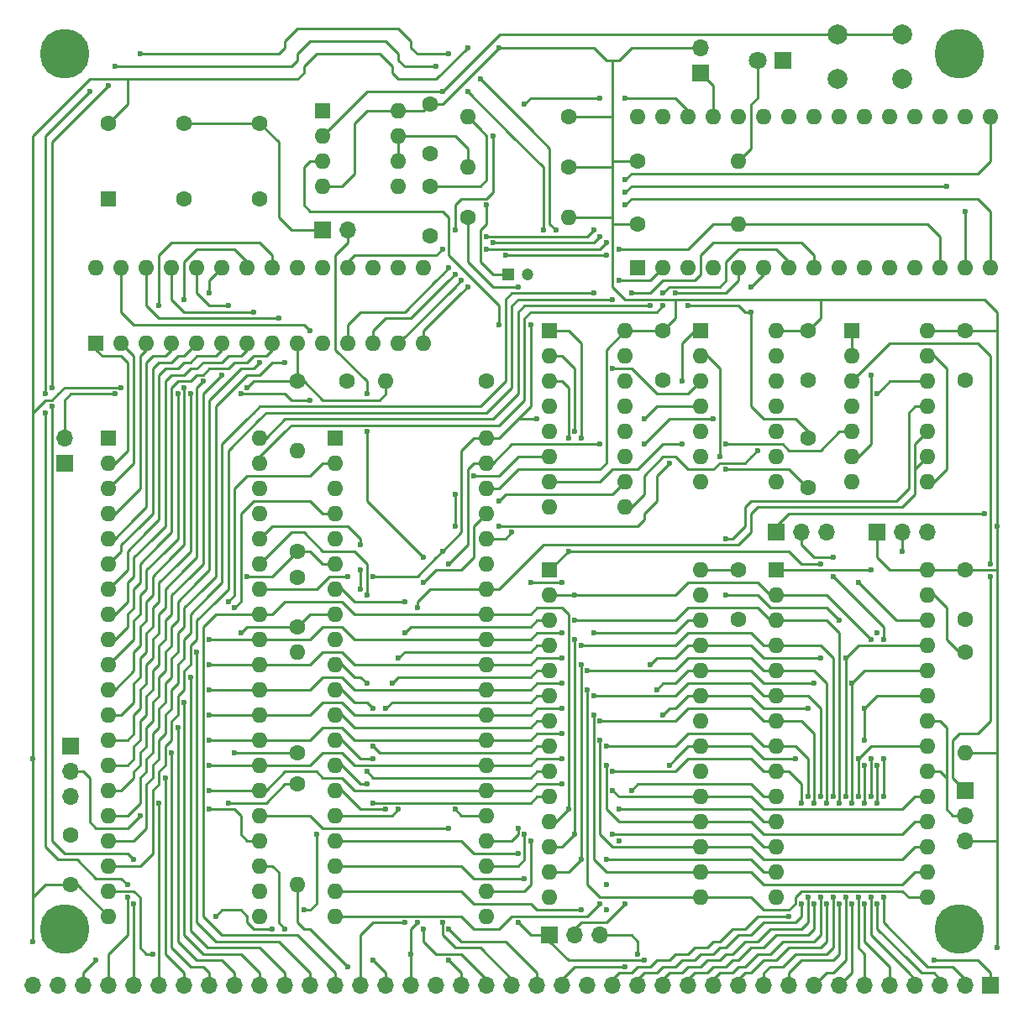
<source format=gtl>
G04 #@! TF.FileFunction,Copper,L1,Top,Signal*
%FSLAX46Y46*%
G04 Gerber Fmt 4.6, Leading zero omitted, Abs format (unit mm)*
G04 Created by KiCad (PCBNEW 4.0.7) date 02/24/19 13:01:59*
%MOMM*%
%LPD*%
G01*
G04 APERTURE LIST*
%ADD10C,0.100000*%
%ADD11R,1.600000X1.600000*%
%ADD12O,1.600000X1.600000*%
%ADD13C,1.600000*%
%ADD14R,1.700000X1.700000*%
%ADD15O,1.700000X1.700000*%
%ADD16C,2.000000*%
%ADD17R,1.200000X1.200000*%
%ADD18C,1.200000*%
%ADD19C,5.000000*%
%ADD20R,1.800000X1.800000*%
%ADD21C,1.800000*%
%ADD22C,0.600000*%
%ADD23C,0.250000*%
G04 APERTURE END LIST*
D10*
D11*
X147955000Y-82550000D03*
D12*
X163195000Y-130810000D03*
X147955000Y-85090000D03*
X163195000Y-128270000D03*
X147955000Y-87630000D03*
X163195000Y-125730000D03*
X147955000Y-90170000D03*
X163195000Y-123190000D03*
X147955000Y-92710000D03*
X163195000Y-120650000D03*
X147955000Y-95250000D03*
X163195000Y-118110000D03*
X147955000Y-97790000D03*
X163195000Y-115570000D03*
X147955000Y-100330000D03*
X163195000Y-113030000D03*
X147955000Y-102870000D03*
X163195000Y-110490000D03*
X147955000Y-105410000D03*
X163195000Y-107950000D03*
X147955000Y-107950000D03*
X163195000Y-105410000D03*
X147955000Y-110490000D03*
X163195000Y-102870000D03*
X147955000Y-113030000D03*
X163195000Y-100330000D03*
X147955000Y-115570000D03*
X163195000Y-97790000D03*
X147955000Y-118110000D03*
X163195000Y-95250000D03*
X147955000Y-120650000D03*
X163195000Y-92710000D03*
X147955000Y-123190000D03*
X163195000Y-90170000D03*
X147955000Y-125730000D03*
X163195000Y-87630000D03*
X147955000Y-128270000D03*
X163195000Y-85090000D03*
X147955000Y-130810000D03*
X163195000Y-82550000D03*
D13*
X144145000Y-101600000D03*
X144145000Y-96600000D03*
X188595000Y-95885000D03*
X188595000Y-100885000D03*
X211455000Y-95885000D03*
X211455000Y-100885000D03*
X211455000Y-71755000D03*
X211455000Y-76755000D03*
X157480000Y-57150000D03*
X157480000Y-62150000D03*
X195580000Y-71755000D03*
X195580000Y-76755000D03*
X121285000Y-127635000D03*
X121285000Y-122635000D03*
X144145000Y-76835000D03*
X149145000Y-76835000D03*
X157480000Y-48895000D03*
X157480000Y-53895000D03*
D11*
X178435000Y-65405000D03*
D12*
X211455000Y-50165000D03*
X180975000Y-65405000D03*
X208915000Y-50165000D03*
X183515000Y-65405000D03*
X206375000Y-50165000D03*
X186055000Y-65405000D03*
X203835000Y-50165000D03*
X188595000Y-65405000D03*
X201295000Y-50165000D03*
X191135000Y-65405000D03*
X198755000Y-50165000D03*
X193675000Y-65405000D03*
X196215000Y-50165000D03*
X196215000Y-65405000D03*
X193675000Y-50165000D03*
X198755000Y-65405000D03*
X191135000Y-50165000D03*
X201295000Y-65405000D03*
X188595000Y-50165000D03*
X203835000Y-65405000D03*
X186055000Y-50165000D03*
X206375000Y-65405000D03*
X183515000Y-50165000D03*
X208915000Y-65405000D03*
X180975000Y-50165000D03*
X211455000Y-65405000D03*
X178435000Y-50165000D03*
X213995000Y-65405000D03*
X213995000Y-50165000D03*
D14*
X213995000Y-137795000D03*
D15*
X211455000Y-137795000D03*
X208915000Y-137795000D03*
X206375000Y-137795000D03*
X203835000Y-137795000D03*
X201295000Y-137795000D03*
X198755000Y-137795000D03*
X196215000Y-137795000D03*
X193675000Y-137795000D03*
X191135000Y-137795000D03*
X188595000Y-137795000D03*
X186055000Y-137795000D03*
X183515000Y-137795000D03*
X180975000Y-137795000D03*
X178435000Y-137795000D03*
X175895000Y-137795000D03*
X173355000Y-137795000D03*
X170815000Y-137795000D03*
X168275000Y-137795000D03*
X165735000Y-137795000D03*
X163195000Y-137795000D03*
X160655000Y-137795000D03*
X158115000Y-137795000D03*
X155575000Y-137795000D03*
X153035000Y-137795000D03*
X150495000Y-137795000D03*
X147955000Y-137795000D03*
X145415000Y-137795000D03*
X142875000Y-137795000D03*
X140335000Y-137795000D03*
X137795000Y-137795000D03*
X135255000Y-137795000D03*
X132715000Y-137795000D03*
X130175000Y-137795000D03*
X127635000Y-137795000D03*
X125095000Y-137795000D03*
X122555000Y-137795000D03*
X120015000Y-137795000D03*
X117475000Y-137795000D03*
D13*
X211455000Y-104140000D03*
D12*
X211455000Y-114300000D03*
D13*
X171450000Y-50165000D03*
D12*
X161290000Y-50165000D03*
D13*
X171450000Y-55245000D03*
D12*
X161290000Y-55245000D03*
D13*
X161290000Y-60325000D03*
D12*
X171450000Y-60325000D03*
D13*
X178435000Y-54610000D03*
D12*
X188595000Y-54610000D03*
D13*
X144145000Y-117475000D03*
D12*
X144145000Y-127635000D03*
D13*
X144145000Y-114300000D03*
D12*
X144145000Y-104140000D03*
D13*
X144145000Y-93980000D03*
D12*
X144145000Y-83820000D03*
D13*
X178435000Y-60960000D03*
D12*
X188595000Y-60960000D03*
D16*
X205105000Y-41855000D03*
X205105000Y-46355000D03*
X198605000Y-41855000D03*
X198605000Y-46355000D03*
D11*
X169545000Y-95885000D03*
D12*
X184785000Y-128905000D03*
X169545000Y-98425000D03*
X184785000Y-126365000D03*
X169545000Y-100965000D03*
X184785000Y-123825000D03*
X169545000Y-103505000D03*
X184785000Y-121285000D03*
X169545000Y-106045000D03*
X184785000Y-118745000D03*
X169545000Y-108585000D03*
X184785000Y-116205000D03*
X169545000Y-111125000D03*
X184785000Y-113665000D03*
X169545000Y-113665000D03*
X184785000Y-111125000D03*
X169545000Y-116205000D03*
X184785000Y-108585000D03*
X169545000Y-118745000D03*
X184785000Y-106045000D03*
X169545000Y-121285000D03*
X184785000Y-103505000D03*
X169545000Y-123825000D03*
X184785000Y-100965000D03*
X169545000Y-126365000D03*
X184785000Y-98425000D03*
X169545000Y-128905000D03*
X184785000Y-95885000D03*
D11*
X200025000Y-71755000D03*
D12*
X207645000Y-86995000D03*
X200025000Y-74295000D03*
X207645000Y-84455000D03*
X200025000Y-76835000D03*
X207645000Y-81915000D03*
X200025000Y-79375000D03*
X207645000Y-79375000D03*
X200025000Y-81915000D03*
X207645000Y-76835000D03*
X200025000Y-84455000D03*
X207645000Y-74295000D03*
X200025000Y-86995000D03*
X207645000Y-71755000D03*
D11*
X184785000Y-71755000D03*
D12*
X192405000Y-86995000D03*
X184785000Y-74295000D03*
X192405000Y-84455000D03*
X184785000Y-76835000D03*
X192405000Y-81915000D03*
X184785000Y-79375000D03*
X192405000Y-79375000D03*
X184785000Y-81915000D03*
X192405000Y-76835000D03*
X184785000Y-84455000D03*
X192405000Y-74295000D03*
X184785000Y-86995000D03*
X192405000Y-71755000D03*
D11*
X125095000Y-82550000D03*
D12*
X140335000Y-130810000D03*
X125095000Y-85090000D03*
X140335000Y-128270000D03*
X125095000Y-87630000D03*
X140335000Y-125730000D03*
X125095000Y-90170000D03*
X140335000Y-123190000D03*
X125095000Y-92710000D03*
X140335000Y-120650000D03*
X125095000Y-95250000D03*
X140335000Y-118110000D03*
X125095000Y-97790000D03*
X140335000Y-115570000D03*
X125095000Y-100330000D03*
X140335000Y-113030000D03*
X125095000Y-102870000D03*
X140335000Y-110490000D03*
X125095000Y-105410000D03*
X140335000Y-107950000D03*
X125095000Y-107950000D03*
X140335000Y-105410000D03*
X125095000Y-110490000D03*
X140335000Y-102870000D03*
X125095000Y-113030000D03*
X140335000Y-100330000D03*
X125095000Y-115570000D03*
X140335000Y-97790000D03*
X125095000Y-118110000D03*
X140335000Y-95250000D03*
X125095000Y-120650000D03*
X140335000Y-92710000D03*
X125095000Y-123190000D03*
X140335000Y-90170000D03*
X125095000Y-125730000D03*
X140335000Y-87630000D03*
X125095000Y-128270000D03*
X140335000Y-85090000D03*
X125095000Y-130810000D03*
X140335000Y-82550000D03*
D11*
X123825000Y-73025000D03*
D12*
X156845000Y-65405000D03*
X126365000Y-73025000D03*
X154305000Y-65405000D03*
X128905000Y-73025000D03*
X151765000Y-65405000D03*
X131445000Y-73025000D03*
X149225000Y-65405000D03*
X133985000Y-73025000D03*
X146685000Y-65405000D03*
X136525000Y-73025000D03*
X144145000Y-65405000D03*
X139065000Y-73025000D03*
X141605000Y-65405000D03*
X141605000Y-73025000D03*
X139065000Y-65405000D03*
X144145000Y-73025000D03*
X136525000Y-65405000D03*
X146685000Y-73025000D03*
X133985000Y-65405000D03*
X149225000Y-73025000D03*
X131445000Y-65405000D03*
X151765000Y-73025000D03*
X128905000Y-65405000D03*
X154305000Y-73025000D03*
X126365000Y-65405000D03*
X156845000Y-73025000D03*
X123825000Y-65405000D03*
D11*
X169545000Y-71755000D03*
D12*
X177165000Y-89535000D03*
X169545000Y-74295000D03*
X177165000Y-86995000D03*
X169545000Y-76835000D03*
X177165000Y-84455000D03*
X169545000Y-79375000D03*
X177165000Y-81915000D03*
X169545000Y-81915000D03*
X177165000Y-79375000D03*
X169545000Y-84455000D03*
X177165000Y-76835000D03*
X169545000Y-86995000D03*
X177165000Y-74295000D03*
X169545000Y-89535000D03*
X177165000Y-71755000D03*
D11*
X192405000Y-95885000D03*
D12*
X207645000Y-128905000D03*
X192405000Y-98425000D03*
X207645000Y-126365000D03*
X192405000Y-100965000D03*
X207645000Y-123825000D03*
X192405000Y-103505000D03*
X207645000Y-121285000D03*
X192405000Y-106045000D03*
X207645000Y-118745000D03*
X192405000Y-108585000D03*
X207645000Y-116205000D03*
X192405000Y-111125000D03*
X207645000Y-113665000D03*
X192405000Y-113665000D03*
X207645000Y-111125000D03*
X192405000Y-116205000D03*
X207645000Y-108585000D03*
X192405000Y-118745000D03*
X207645000Y-106045000D03*
X192405000Y-121285000D03*
X207645000Y-103505000D03*
X192405000Y-123825000D03*
X207645000Y-100965000D03*
X192405000Y-126365000D03*
X207645000Y-98425000D03*
X192405000Y-128905000D03*
X207645000Y-95885000D03*
D11*
X146685000Y-49530000D03*
D12*
X154305000Y-57150000D03*
X146685000Y-52070000D03*
X154305000Y-54610000D03*
X146685000Y-54610000D03*
X154305000Y-52070000D03*
X146685000Y-57150000D03*
X154305000Y-49530000D03*
D13*
X180975000Y-71755000D03*
X180975000Y-76755000D03*
D17*
X165354000Y-66040000D03*
D18*
X167354000Y-66040000D03*
D13*
X195580000Y-82550000D03*
X195580000Y-87550000D03*
D19*
X210820000Y-132080000D03*
X120650000Y-132080000D03*
X210820000Y-43815000D03*
X120650000Y-43815000D03*
D14*
X120650000Y-85090000D03*
D15*
X120650000Y-82550000D03*
D20*
X193040000Y-44450000D03*
D21*
X190500000Y-44450000D03*
D14*
X184785000Y-45720000D03*
D15*
X184785000Y-43180000D03*
D14*
X192405000Y-92075000D03*
D15*
X194945000Y-92075000D03*
X197485000Y-92075000D03*
D14*
X202565000Y-92075000D03*
D15*
X205105000Y-92075000D03*
X207645000Y-92075000D03*
D13*
X163195000Y-76835000D03*
D12*
X153035000Y-76835000D03*
D13*
X132715000Y-58420000D03*
X132715000Y-50800000D03*
D11*
X125095000Y-58420000D03*
D13*
X125095000Y-50800000D03*
X140335000Y-50800000D03*
X140335000Y-58420000D03*
D14*
X211455000Y-118110000D03*
D15*
X211455000Y-120650000D03*
X211455000Y-123190000D03*
D14*
X169545000Y-132715000D03*
D15*
X172085000Y-132715000D03*
X174625000Y-132715000D03*
D14*
X121285000Y-113665000D03*
D15*
X121285000Y-116205000D03*
X121285000Y-118745000D03*
D14*
X146685000Y-61595000D03*
D15*
X149225000Y-61595000D03*
D22*
X173990000Y-67945000D03*
X183515000Y-69215000D03*
X189865000Y-69850000D03*
X189865000Y-67310000D03*
X161290000Y-43180000D03*
X164465000Y-43180000D03*
X117475000Y-114935000D03*
X139065000Y-77470000D03*
X126365000Y-77470000D03*
X149225000Y-135890000D03*
X178435000Y-134620000D03*
X214630000Y-91440000D03*
X213360000Y-90170000D03*
X138430000Y-102235000D03*
X214630000Y-133985000D03*
X177165000Y-135890000D03*
X117475000Y-133350000D03*
X138430000Y-78105000D03*
X145415000Y-78740000D03*
X125730000Y-78105000D03*
X119380000Y-79375000D03*
X119380000Y-77470000D03*
X127635000Y-129540000D03*
X127635000Y-125095000D03*
X162560000Y-46355000D03*
X159385000Y-43815000D03*
X128270000Y-43815000D03*
X125095000Y-46990000D03*
X170180000Y-61595000D03*
X118745000Y-80010000D03*
X118745000Y-78105000D03*
X127000000Y-128905000D03*
X127000000Y-127635000D03*
X161290000Y-47625000D03*
X158115000Y-45085000D03*
X125730000Y-45085000D03*
X123190000Y-47625000D03*
X168910000Y-61595000D03*
X176530000Y-66675000D03*
X182245000Y-67945000D03*
X180975000Y-69215000D03*
X180975000Y-67945000D03*
X179705000Y-69215000D03*
X177800000Y-67945000D03*
X175895000Y-68580000D03*
X158750000Y-63500000D03*
X160020000Y-61595000D03*
X163830000Y-52070000D03*
X167005000Y-48895000D03*
X174625000Y-48260000D03*
X177165000Y-48260000D03*
X175260000Y-64135000D03*
X176530000Y-63500000D03*
X159385000Y-65405000D03*
X165100000Y-64135000D03*
X160655000Y-66675000D03*
X163830000Y-62865000D03*
X177165000Y-57785000D03*
X174625000Y-62230000D03*
X211455000Y-59690000D03*
X209550000Y-57150000D03*
X175260000Y-62865000D03*
X177165000Y-59055000D03*
X163195000Y-63500000D03*
X161290000Y-67310000D03*
X160020000Y-66040000D03*
X163195000Y-62230000D03*
X177165000Y-56515000D03*
X173990000Y-61595000D03*
X166370000Y-131445000D03*
X179070000Y-135255000D03*
X208280000Y-135255000D03*
X160020000Y-120015000D03*
X160020000Y-91440000D03*
X160020000Y-88265000D03*
X161925000Y-86360000D03*
X198120000Y-96520000D03*
X196850000Y-95250000D03*
X203200000Y-118745000D03*
X203200000Y-114935000D03*
X203200000Y-128905000D03*
X203200000Y-102870000D03*
X171450000Y-82550000D03*
X171450000Y-93980000D03*
X166370000Y-121920000D03*
X202565000Y-119380000D03*
X202565000Y-115570000D03*
X202565000Y-129540000D03*
X202565000Y-102235000D03*
X187325000Y-98425000D03*
X198755000Y-100965000D03*
X173990000Y-102235000D03*
X172085000Y-81915000D03*
X170815000Y-97155000D03*
X167005000Y-122555000D03*
X167640000Y-97155000D03*
X201930000Y-118745000D03*
X201930000Y-114935000D03*
X201930000Y-128905000D03*
X201930000Y-102870000D03*
X172720000Y-82550000D03*
X172085000Y-98425000D03*
X167640000Y-123190000D03*
X201295000Y-113030000D03*
X201295000Y-115570000D03*
X201295000Y-119380000D03*
X201295000Y-129540000D03*
X174625000Y-129540000D03*
X180975000Y-110490000D03*
X201295000Y-109855000D03*
X195580000Y-109855000D03*
X200660000Y-118745000D03*
X200660000Y-128905000D03*
X172720000Y-130175000D03*
X175260000Y-130175000D03*
X181610000Y-115570000D03*
X200660000Y-114935000D03*
X194310000Y-114935000D03*
X200025000Y-119380000D03*
X200025000Y-129540000D03*
X175260000Y-127635000D03*
X180340000Y-107950000D03*
X167005000Y-127000000D03*
X196215000Y-107315000D03*
X200025000Y-107315000D03*
X199390000Y-118745000D03*
X199390000Y-128905000D03*
X176530000Y-123190000D03*
X179705000Y-105410000D03*
X166370000Y-124460000D03*
X196850000Y-104775000D03*
X199390000Y-104775000D03*
X198755000Y-119380000D03*
X198755000Y-129540000D03*
X172085000Y-100965000D03*
X154305000Y-120015000D03*
X154940000Y-102235000D03*
X198120000Y-128905000D03*
X198120000Y-118745000D03*
X153035000Y-120015000D03*
X154305000Y-104775000D03*
X172720000Y-103505000D03*
X197485000Y-119380000D03*
X197485000Y-129540000D03*
X151130000Y-117475000D03*
X153670000Y-107315000D03*
X173355000Y-106045000D03*
X146050000Y-122555000D03*
X144780000Y-130175000D03*
X196850000Y-118745000D03*
X196850000Y-128905000D03*
X151765000Y-114935000D03*
X153035000Y-109855000D03*
X173990000Y-108585000D03*
X196215000Y-119380000D03*
X196215000Y-129540000D03*
X174625000Y-111125000D03*
X195580000Y-118745000D03*
X195580000Y-128905000D03*
X151765000Y-109855000D03*
X151765000Y-113665000D03*
X175260000Y-113665000D03*
X194945000Y-119380000D03*
X194945000Y-129540000D03*
X151130000Y-98425000D03*
X151130000Y-107315000D03*
X151130000Y-116205000D03*
X175895000Y-116205000D03*
X193675000Y-130810000D03*
X150495000Y-97790000D03*
X150495000Y-93345000D03*
X150495000Y-95885000D03*
X151765000Y-119380000D03*
X177800000Y-118110000D03*
X186055000Y-80645000D03*
X179070000Y-83185000D03*
X174625000Y-83185000D03*
X202565000Y-78105000D03*
X159385000Y-95250000D03*
X159385000Y-121920000D03*
X159385000Y-132080000D03*
X167640000Y-71120000D03*
X166370000Y-67310000D03*
X179070000Y-80645000D03*
X168275000Y-80645000D03*
X151765000Y-96520000D03*
X149225000Y-96520000D03*
X158750000Y-131445000D03*
X158750000Y-93980000D03*
X151130000Y-78105000D03*
X156845000Y-94615000D03*
X151130000Y-81915000D03*
X156845000Y-132080000D03*
X156845000Y-97155000D03*
X137795000Y-114300000D03*
X159385000Y-135255000D03*
X137795000Y-99695000D03*
X156210000Y-99695000D03*
X156210000Y-131445000D03*
X155575000Y-134620000D03*
X137160000Y-119380000D03*
X151765000Y-135255000D03*
X137160000Y-99060000D03*
X154940000Y-99060000D03*
X154940000Y-131445000D03*
X171450000Y-120015000D03*
X176530000Y-120015000D03*
X170815000Y-102235000D03*
X172085000Y-102870000D03*
X172085000Y-122555000D03*
X175895000Y-122555000D03*
X133985000Y-104140000D03*
X135255000Y-102870000D03*
X172720000Y-125095000D03*
X175260000Y-125095000D03*
X172720000Y-105410000D03*
X170815000Y-104775000D03*
X133350000Y-106680000D03*
X135255000Y-105410000D03*
X170815000Y-107315000D03*
X173355000Y-107950000D03*
X132715000Y-109220000D03*
X135255000Y-107950000D03*
X173990000Y-110490000D03*
X170815000Y-109855000D03*
X132080000Y-111760000D03*
X135255000Y-110490000D03*
X174625000Y-113030000D03*
X170815000Y-112395000D03*
X135255000Y-113030000D03*
X131445000Y-114300000D03*
X175260000Y-115570000D03*
X170815000Y-114935000D03*
X130810000Y-116840000D03*
X135255000Y-115570000D03*
X170815000Y-117475000D03*
X175895000Y-118110000D03*
X130175000Y-119380000D03*
X135255000Y-118110000D03*
X139065000Y-96520000D03*
X123825000Y-135255000D03*
X200660000Y-97155000D03*
X198120000Y-94615000D03*
X201930000Y-95885000D03*
X205105000Y-93980000D03*
X142875000Y-132080000D03*
X164465000Y-88900000D03*
X213995000Y-96520000D03*
X213995000Y-95250000D03*
X201930000Y-76200000D03*
X130175000Y-69215000D03*
X132080000Y-78105000D03*
X132715000Y-68580000D03*
X132715000Y-77470000D03*
X135255000Y-67945000D03*
X133350000Y-78105000D03*
X137160000Y-69215000D03*
X134620000Y-76835000D03*
X139700000Y-69850000D03*
X136525000Y-76200000D03*
X142240000Y-70485000D03*
X140335000Y-74930000D03*
X142875000Y-74930000D03*
X145415000Y-71755000D03*
X187325000Y-92710000D03*
X190500000Y-83820000D03*
X187325000Y-83185000D03*
X182880000Y-83185000D03*
X175895000Y-75565000D03*
X164465000Y-71120000D03*
X182880000Y-76835000D03*
X181610000Y-85090000D03*
X141605000Y-132080000D03*
X135890000Y-130810000D03*
X129540000Y-134620000D03*
X164465000Y-91440000D03*
X158750000Y-47625000D03*
X163195000Y-59055000D03*
X187325000Y-85725000D03*
X186690000Y-84455000D03*
X165735000Y-92075000D03*
X177165000Y-129540000D03*
X128270000Y-120650000D03*
X135255000Y-120015000D03*
D23*
X189865000Y-69850000D02*
X189230000Y-69850000D01*
X165100000Y-76835000D02*
X165100000Y-68580000D01*
X165100000Y-68580000D02*
X165735000Y-67945000D01*
X165735000Y-67945000D02*
X173990000Y-67945000D01*
X149860000Y-79375000D02*
X162560000Y-79375000D01*
X140335000Y-79375000D02*
X149860000Y-79375000D01*
X136525000Y-83185000D02*
X139065000Y-80645000D01*
X136525000Y-97155000D02*
X136525000Y-83185000D01*
X133350000Y-102235000D02*
X133350000Y-100330000D01*
X127635000Y-123190000D02*
X128905000Y-121920000D01*
X128905000Y-121920000D02*
X128905000Y-117475000D01*
X127635000Y-123190000D02*
X125095000Y-123190000D01*
X132080000Y-107315000D02*
X132080000Y-105410000D01*
X131445000Y-107950000D02*
X132080000Y-107315000D01*
X129540000Y-116840000D02*
X129540000Y-115570000D01*
X129540000Y-115570000D02*
X130175000Y-114935000D01*
X130175000Y-114935000D02*
X130175000Y-113030000D01*
X130175000Y-113030000D02*
X130810000Y-112395000D01*
X130810000Y-112395000D02*
X130810000Y-111125000D01*
X130810000Y-111125000D02*
X130810000Y-110490000D01*
X130810000Y-110490000D02*
X131445000Y-109855000D01*
X131445000Y-109855000D02*
X131445000Y-107950000D01*
X128905000Y-117475000D02*
X129540000Y-116840000D01*
X132715000Y-104775000D02*
X132715000Y-102870000D01*
X132715000Y-102870000D02*
X133350000Y-102235000D01*
X132080000Y-105410000D02*
X132715000Y-104775000D01*
X133350000Y-100330000D02*
X135255000Y-98425000D01*
X135255000Y-98425000D02*
X136525000Y-97155000D01*
X139065000Y-80645000D02*
X139700000Y-80010000D01*
X139700000Y-80010000D02*
X140335000Y-79375000D01*
X162560000Y-79375000D02*
X165100000Y-76835000D01*
X188595000Y-69215000D02*
X183515000Y-69215000D01*
X189230000Y-69850000D02*
X188595000Y-69215000D01*
X195580000Y-82550000D02*
X195580000Y-81915000D01*
X195580000Y-81915000D02*
X194310000Y-80645000D01*
X194310000Y-80645000D02*
X191135000Y-80645000D01*
X191135000Y-80645000D02*
X189865000Y-79375000D01*
X189865000Y-79375000D02*
X189865000Y-69850000D01*
X189865000Y-67310000D02*
X191135000Y-66040000D01*
X191135000Y-66040000D02*
X191135000Y-65405000D01*
X157480000Y-48895000D02*
X158750000Y-48895000D01*
X158750000Y-48895000D02*
X164465000Y-43180000D01*
X154305000Y-49530000D02*
X156845000Y-49530000D01*
X156845000Y-49530000D02*
X157480000Y-48895000D01*
X146050000Y-43815000D02*
X144780000Y-45085000D01*
X146050000Y-43815000D02*
X152400000Y-43815000D01*
X152400000Y-43815000D02*
X153670000Y-45085000D01*
X153670000Y-45085000D02*
X153670000Y-45720000D01*
X153670000Y-45720000D02*
X154305000Y-46355000D01*
X154305000Y-46355000D02*
X154940000Y-46355000D01*
X161290000Y-43180000D02*
X158115000Y-46355000D01*
X154940000Y-46355000D02*
X158115000Y-46355000D01*
X139700000Y-46355000D02*
X142240000Y-46355000D01*
X139700000Y-46355000D02*
X127000000Y-46355000D01*
X142875000Y-46355000D02*
X142240000Y-46355000D01*
X144780000Y-45085000D02*
X144780000Y-45720000D01*
X144780000Y-45720000D02*
X144145000Y-46355000D01*
X144145000Y-46355000D02*
X142875000Y-46355000D01*
X144145000Y-76835000D02*
X140970000Y-76835000D01*
X139700000Y-76835000D02*
X139065000Y-77470000D01*
X140970000Y-76835000D02*
X139700000Y-76835000D01*
X120015000Y-78105000D02*
X119380000Y-78740000D01*
X120650000Y-77470000D02*
X120015000Y-78105000D01*
X121285000Y-77470000D02*
X120650000Y-77470000D01*
X126365000Y-77470000D02*
X121285000Y-77470000D01*
X117475000Y-80010000D02*
X118745000Y-78740000D01*
X119380000Y-78740000D02*
X118745000Y-78740000D01*
X144145000Y-127635000D02*
X144145000Y-131445000D01*
X144780000Y-132080000D02*
X145415000Y-132080000D01*
X144145000Y-131445000D02*
X144780000Y-132080000D01*
X145415000Y-132080000D02*
X149225000Y-135890000D01*
X174625000Y-132715000D02*
X177800000Y-132715000D01*
X178435000Y-133350000D02*
X178435000Y-134620000D01*
X177800000Y-132715000D02*
X178435000Y-133350000D01*
X211455000Y-123190000D02*
X214630000Y-123190000D01*
X127000000Y-46355000D02*
X127000000Y-48895000D01*
X127000000Y-48895000D02*
X125095000Y-50800000D01*
X117475000Y-82550000D02*
X117475000Y-80010000D01*
X117475000Y-80010000D02*
X117475000Y-52070000D01*
X117475000Y-52070000D02*
X123190000Y-46355000D01*
X123190000Y-46355000D02*
X125095000Y-46355000D01*
X125095000Y-46355000D02*
X127000000Y-46355000D01*
X117475000Y-83820000D02*
X117475000Y-82550000D01*
X164465000Y-43180000D02*
X173990000Y-43180000D01*
X175260000Y-44450000D02*
X173990000Y-43180000D01*
X175895000Y-44450000D02*
X175260000Y-44450000D01*
X144145000Y-76835000D02*
X144780000Y-76835000D01*
X144780000Y-76835000D02*
X146685000Y-78740000D01*
X153035000Y-78105000D02*
X153035000Y-76835000D01*
X152400000Y-78740000D02*
X153035000Y-78105000D01*
X146685000Y-78740000D02*
X152400000Y-78740000D01*
X202565000Y-92075000D02*
X202565000Y-94615000D01*
X202565000Y-94615000D02*
X203835000Y-95885000D01*
X203835000Y-95885000D02*
X207645000Y-95885000D01*
X201295000Y-90170000D02*
X213360000Y-90170000D01*
X163195000Y-87630000D02*
X164465000Y-87630000D01*
X175260000Y-73660000D02*
X177165000Y-71755000D01*
X175260000Y-85090000D02*
X175260000Y-73660000D01*
X174625000Y-85725000D02*
X175260000Y-85090000D01*
X166370000Y-85725000D02*
X174625000Y-85725000D01*
X164465000Y-87630000D02*
X166370000Y-85725000D01*
X192405000Y-92075000D02*
X192405000Y-91440000D01*
X192405000Y-91440000D02*
X193675000Y-90170000D01*
X193675000Y-90170000D02*
X201295000Y-90170000D01*
X139065000Y-101600000D02*
X144145000Y-101600000D01*
X138430000Y-102235000D02*
X139065000Y-101600000D01*
X144145000Y-101600000D02*
X145415000Y-100330000D01*
X145415000Y-100330000D02*
X147955000Y-100330000D01*
X121285000Y-127635000D02*
X121920000Y-127635000D01*
X121920000Y-127635000D02*
X125095000Y-130810000D01*
X121285000Y-127635000D02*
X118745000Y-127635000D01*
X118745000Y-127635000D02*
X117475000Y-128905000D01*
X170815000Y-137795000D02*
X170815000Y-137160000D01*
X170815000Y-137160000D02*
X172085000Y-135890000D01*
X214630000Y-118745000D02*
X214630000Y-114300000D01*
X214630000Y-133985000D02*
X214630000Y-123190000D01*
X214630000Y-123190000D02*
X214630000Y-118745000D01*
X172085000Y-135890000D02*
X177165000Y-135890000D01*
X117475000Y-106045000D02*
X117475000Y-105410000D01*
X117475000Y-127635000D02*
X117475000Y-114935000D01*
X117475000Y-114935000D02*
X117475000Y-106045000D01*
X117475000Y-128905000D02*
X117475000Y-127635000D01*
X117475000Y-105410000D02*
X117475000Y-104140000D01*
X117475000Y-95885000D02*
X117475000Y-83820000D01*
X117475000Y-104140000D02*
X117475000Y-97155000D01*
X117475000Y-97155000D02*
X117475000Y-95885000D01*
X171450000Y-60325000D02*
X175895000Y-60325000D01*
X175895000Y-60325000D02*
X175895000Y-59690000D01*
X171450000Y-55245000D02*
X175895000Y-55245000D01*
X171450000Y-50165000D02*
X175895000Y-50165000D01*
X146685000Y-57150000D02*
X148590000Y-57150000D01*
X151130000Y-49530000D02*
X154305000Y-49530000D01*
X149860000Y-50800000D02*
X151130000Y-49530000D01*
X149860000Y-55880000D02*
X149860000Y-50800000D01*
X148590000Y-57150000D02*
X149860000Y-55880000D01*
X175895000Y-44450000D02*
X176530000Y-44450000D01*
X176530000Y-44450000D02*
X177800000Y-43180000D01*
X117475000Y-133350000D02*
X117475000Y-128905000D01*
X211455000Y-114300000D02*
X214630000Y-114300000D01*
X144145000Y-76835000D02*
X144145000Y-73025000D01*
X178435000Y-60960000D02*
X175895000Y-60960000D01*
X178435000Y-54610000D02*
X175895000Y-54610000D01*
X211455000Y-95885000D02*
X214630000Y-95885000D01*
X214630000Y-114300000D02*
X214630000Y-95885000D01*
X214630000Y-95885000D02*
X214630000Y-91440000D01*
X214630000Y-91440000D02*
X214630000Y-82550000D01*
X214630000Y-82550000D02*
X214630000Y-71755000D01*
X211455000Y-71755000D02*
X214630000Y-71755000D01*
X196850000Y-68580000D02*
X196850000Y-69215000D01*
X196850000Y-69215000D02*
X196850000Y-70485000D01*
X196850000Y-70485000D02*
X195580000Y-71755000D01*
X207645000Y-71755000D02*
X211455000Y-71755000D01*
X197485000Y-68580000D02*
X213360000Y-68580000D01*
X196850000Y-68580000D02*
X197485000Y-68580000D01*
X213360000Y-68580000D02*
X214630000Y-69850000D01*
X214630000Y-69850000D02*
X214630000Y-71755000D01*
X195580000Y-71755000D02*
X192405000Y-71755000D01*
X182245000Y-68580000D02*
X195580000Y-68580000D01*
X195580000Y-68580000D02*
X196850000Y-68580000D01*
X180975000Y-71755000D02*
X182245000Y-70485000D01*
X175895000Y-44450000D02*
X175895000Y-50165000D01*
X175895000Y-50165000D02*
X175895000Y-54610000D01*
X175895000Y-54610000D02*
X175895000Y-55245000D01*
X175895000Y-55245000D02*
X175895000Y-59690000D01*
X175895000Y-59690000D02*
X175895000Y-60960000D01*
X175895000Y-60960000D02*
X175895000Y-67310000D01*
X175895000Y-67310000D02*
X177165000Y-68580000D01*
X177165000Y-68580000D02*
X179705000Y-68580000D01*
X177800000Y-43180000D02*
X184785000Y-43180000D01*
X182245000Y-68580000D02*
X179705000Y-68580000D01*
X182245000Y-70485000D02*
X182245000Y-68580000D01*
X177165000Y-71755000D02*
X180975000Y-71755000D01*
X207645000Y-95885000D02*
X211455000Y-95885000D01*
X184785000Y-95885000D02*
X188595000Y-95885000D01*
X190500000Y-44450000D02*
X190500000Y-48260000D01*
X189865000Y-53340000D02*
X188595000Y-54610000D01*
X189865000Y-48895000D02*
X189865000Y-53340000D01*
X190500000Y-48260000D02*
X189865000Y-48895000D01*
X142875000Y-78105000D02*
X143510000Y-78740000D01*
X138430000Y-78105000D02*
X142875000Y-78105000D01*
X145415000Y-78740000D02*
X144145000Y-78740000D01*
X143510000Y-78740000D02*
X144145000Y-78740000D01*
X120650000Y-78740000D02*
X120650000Y-80010000D01*
X121285000Y-78105000D02*
X120650000Y-78740000D01*
X125730000Y-78105000D02*
X121285000Y-78105000D01*
X120650000Y-80010000D02*
X120650000Y-80645000D01*
X120650000Y-82550000D02*
X120650000Y-80645000D01*
X167640000Y-51435000D02*
X169545000Y-53340000D01*
X142240000Y-43815000D02*
X142875000Y-43180000D01*
X142875000Y-43180000D02*
X142875000Y-42545000D01*
X142875000Y-42545000D02*
X144145000Y-41275000D01*
X144145000Y-41275000D02*
X154305000Y-41275000D01*
X154305000Y-41275000D02*
X155575000Y-42545000D01*
X155575000Y-42545000D02*
X155575000Y-43180000D01*
X155575000Y-43180000D02*
X156210000Y-43815000D01*
X156210000Y-43815000D02*
X159385000Y-43815000D01*
X128270000Y-43815000D02*
X139700000Y-43815000D01*
X119380000Y-63500000D02*
X119380000Y-52705000D01*
X119380000Y-77470000D02*
X119380000Y-63500000D01*
X119380000Y-88265000D02*
X119380000Y-123190000D01*
X127635000Y-125095000D02*
X127000000Y-124460000D01*
X127000000Y-124460000D02*
X120650000Y-124460000D01*
X120650000Y-124460000D02*
X119380000Y-123190000D01*
X127635000Y-137795000D02*
X127635000Y-133985000D01*
X127635000Y-133985000D02*
X127635000Y-129540000D01*
X119380000Y-88265000D02*
X119380000Y-79375000D01*
X167640000Y-51435000D02*
X162560000Y-46355000D01*
X119380000Y-52705000D02*
X125095000Y-46990000D01*
X139700000Y-43815000D02*
X142240000Y-43815000D01*
X169545000Y-60960000D02*
X170180000Y-61595000D01*
X169545000Y-53340000D02*
X169545000Y-60960000D01*
X165735000Y-52070000D02*
X168910000Y-55245000D01*
X154305000Y-44450000D02*
X154305000Y-43815000D01*
X154305000Y-43815000D02*
X153035000Y-42545000D01*
X153035000Y-42545000D02*
X145415000Y-42545000D01*
X145415000Y-42545000D02*
X144145000Y-43815000D01*
X144145000Y-43815000D02*
X144145000Y-44450000D01*
X144145000Y-44450000D02*
X143510000Y-45085000D01*
X143510000Y-45085000D02*
X139700000Y-45085000D01*
X118745000Y-63500000D02*
X118745000Y-52070000D01*
X118745000Y-78105000D02*
X118745000Y-63500000D01*
X118745000Y-94615000D02*
X118745000Y-123825000D01*
X127000000Y-132715000D02*
X127000000Y-129540000D01*
X127000000Y-129540000D02*
X127000000Y-128905000D01*
X127000000Y-127635000D02*
X126365000Y-127000000D01*
X126365000Y-127000000D02*
X123825000Y-127000000D01*
X123825000Y-127000000D02*
X121920000Y-125095000D01*
X121920000Y-125095000D02*
X120015000Y-125095000D01*
X120015000Y-125095000D02*
X118745000Y-123825000D01*
X125095000Y-137795000D02*
X125095000Y-134620000D01*
X125095000Y-134620000D02*
X125730000Y-133985000D01*
X125730000Y-133985000D02*
X127000000Y-132715000D01*
X118745000Y-94615000D02*
X118745000Y-80010000D01*
X165735000Y-52070000D02*
X161290000Y-47625000D01*
X154940000Y-45085000D02*
X158115000Y-45085000D01*
X125730000Y-45085000D02*
X139700000Y-45085000D01*
X118745000Y-52070000D02*
X123190000Y-47625000D01*
X154940000Y-45085000D02*
X154305000Y-44450000D01*
X168910000Y-55245000D02*
X168910000Y-61595000D01*
X179705000Y-66675000D02*
X176530000Y-66675000D01*
X180975000Y-65405000D02*
X179705000Y-66675000D01*
X170815000Y-69850000D02*
X180340000Y-69850000D01*
X167640000Y-69850000D02*
X167005000Y-70485000D01*
X164465000Y-81280000D02*
X167005000Y-78740000D01*
X167005000Y-78740000D02*
X167005000Y-70485000D01*
X142875000Y-81915000D02*
X143510000Y-81280000D01*
X140335000Y-84455000D02*
X141605000Y-83185000D01*
X141605000Y-83185000D02*
X142875000Y-81915000D01*
X143510000Y-81280000D02*
X149860000Y-81280000D01*
X149860000Y-81280000D02*
X164465000Y-81280000D01*
X170815000Y-69850000D02*
X167640000Y-69850000D01*
X188595000Y-66675000D02*
X188595000Y-65405000D01*
X187325000Y-67945000D02*
X188595000Y-66675000D01*
X182245000Y-67945000D02*
X187325000Y-67945000D01*
X180340000Y-69850000D02*
X180975000Y-69215000D01*
X140335000Y-85090000D02*
X140335000Y-84455000D01*
X170815000Y-69215000D02*
X179705000Y-69215000D01*
X166370000Y-71755000D02*
X166370000Y-69850000D01*
X166370000Y-69850000D02*
X167005000Y-69215000D01*
X167005000Y-69215000D02*
X170815000Y-69215000D01*
X163830000Y-80645000D02*
X166370000Y-78105000D01*
X140970000Y-82550000D02*
X142875000Y-80645000D01*
X142875000Y-80645000D02*
X149860000Y-80645000D01*
X149860000Y-80645000D02*
X163830000Y-80645000D01*
X166370000Y-78105000D02*
X166370000Y-71755000D01*
X192405000Y-63500000D02*
X193675000Y-64770000D01*
X188595000Y-63500000D02*
X192405000Y-63500000D01*
X187325000Y-64770000D02*
X188595000Y-63500000D01*
X187325000Y-66675000D02*
X187325000Y-64770000D01*
X186690000Y-67310000D02*
X187325000Y-66675000D01*
X181610000Y-67310000D02*
X186690000Y-67310000D01*
X180975000Y-67945000D02*
X181610000Y-67310000D01*
X193675000Y-64770000D02*
X193675000Y-65405000D01*
X140335000Y-82550000D02*
X140970000Y-82550000D01*
X170815000Y-68580000D02*
X175895000Y-68580000D01*
X165735000Y-69850000D02*
X165735000Y-69215000D01*
X165735000Y-69215000D02*
X166370000Y-68580000D01*
X166370000Y-68580000D02*
X170815000Y-68580000D01*
X165735000Y-71755000D02*
X165735000Y-77470000D01*
X163195000Y-80010000D02*
X165735000Y-77470000D01*
X140335000Y-80645000D02*
X140970000Y-80010000D01*
X137160000Y-97790000D02*
X137160000Y-83820000D01*
X133985000Y-102870000D02*
X133985000Y-100965000D01*
X128270000Y-125730000D02*
X129540000Y-124460000D01*
X129540000Y-124460000D02*
X129540000Y-118745000D01*
X125095000Y-125730000D02*
X128270000Y-125730000D01*
X132715000Y-107950000D02*
X132715000Y-106045000D01*
X132080000Y-108585000D02*
X132715000Y-107950000D01*
X129540000Y-118110000D02*
X130175000Y-117475000D01*
X130175000Y-117475000D02*
X130175000Y-116205000D01*
X130175000Y-116205000D02*
X130810000Y-115570000D01*
X130810000Y-115570000D02*
X130810000Y-113665000D01*
X130810000Y-113665000D02*
X131445000Y-113030000D01*
X131445000Y-113030000D02*
X131445000Y-111125000D01*
X131445000Y-111125000D02*
X132080000Y-110490000D01*
X132080000Y-110490000D02*
X132080000Y-108585000D01*
X129540000Y-118745000D02*
X129540000Y-118110000D01*
X133350000Y-105410000D02*
X133350000Y-103505000D01*
X133350000Y-103505000D02*
X133985000Y-102870000D01*
X132715000Y-106045000D02*
X133350000Y-105410000D01*
X133985000Y-100965000D02*
X135890000Y-99060000D01*
X135890000Y-99060000D02*
X137160000Y-97790000D01*
X137160000Y-83820000D02*
X140335000Y-80645000D01*
X140970000Y-80010000D02*
X149860000Y-80010000D01*
X149860000Y-80010000D02*
X163195000Y-80010000D01*
X165735000Y-71755000D02*
X165735000Y-69850000D01*
X196215000Y-64135000D02*
X196215000Y-65405000D01*
X194945000Y-62865000D02*
X196215000Y-64135000D01*
X186055000Y-62865000D02*
X194945000Y-62865000D01*
X184785000Y-64135000D02*
X186055000Y-62865000D01*
X184785000Y-66040000D02*
X184785000Y-64135000D01*
X184150000Y-66675000D02*
X184785000Y-66040000D01*
X181610000Y-66675000D02*
X184150000Y-66675000D01*
X180975000Y-66675000D02*
X181610000Y-66675000D01*
X179705000Y-67945000D02*
X180975000Y-66675000D01*
X177800000Y-67945000D02*
X179705000Y-67945000D01*
X163830000Y-52070000D02*
X163830000Y-57785000D01*
X158115000Y-64135000D02*
X149860000Y-64135000D01*
X149225000Y-64770000D02*
X149860000Y-64135000D01*
X158750000Y-63500000D02*
X158115000Y-64135000D01*
X160020000Y-59055000D02*
X160655000Y-58420000D01*
X160020000Y-61595000D02*
X160020000Y-59055000D01*
X162560000Y-58420000D02*
X160655000Y-58420000D01*
X167640000Y-48260000D02*
X167005000Y-48895000D01*
X168910000Y-48260000D02*
X167640000Y-48260000D01*
X170180000Y-48260000D02*
X168910000Y-48260000D01*
X174625000Y-48260000D02*
X170180000Y-48260000D01*
X182245000Y-48260000D02*
X177165000Y-48260000D01*
X182245000Y-48260000D02*
X183515000Y-49530000D01*
X163195000Y-58420000D02*
X162560000Y-58420000D01*
X163830000Y-57785000D02*
X163195000Y-58420000D01*
X183515000Y-50165000D02*
X183515000Y-49530000D01*
X149225000Y-64770000D02*
X149225000Y-65405000D01*
X167640000Y-64135000D02*
X165100000Y-64135000D01*
X167640000Y-64135000D02*
X175260000Y-64135000D01*
X176530000Y-63500000D02*
X183515000Y-63500000D01*
X183515000Y-63500000D02*
X186055000Y-60960000D01*
X188595000Y-60960000D02*
X186055000Y-60960000D01*
X158750000Y-66040000D02*
X159385000Y-65405000D01*
X158115000Y-66675000D02*
X154940000Y-69850000D01*
X158115000Y-66675000D02*
X158750000Y-66040000D01*
X150495000Y-69850000D02*
X149225000Y-71120000D01*
X154940000Y-69850000D02*
X150495000Y-69850000D01*
X149225000Y-71120000D02*
X149225000Y-73025000D01*
X188595000Y-60960000D02*
X207010000Y-60960000D01*
X208915000Y-62230000D02*
X208915000Y-65405000D01*
X207645000Y-60960000D02*
X208915000Y-62230000D01*
X207010000Y-60960000D02*
X207645000Y-60960000D01*
X180975000Y-57150000D02*
X209550000Y-57150000D01*
X177800000Y-57150000D02*
X180975000Y-57150000D01*
X163830000Y-62865000D02*
X173990000Y-62865000D01*
X154305000Y-73025000D02*
X160020000Y-67310000D01*
X160020000Y-67310000D02*
X160655000Y-66675000D01*
X173990000Y-62865000D02*
X174625000Y-62230000D01*
X177165000Y-57785000D02*
X177800000Y-57150000D01*
X211455000Y-59690000D02*
X211455000Y-65405000D01*
X180975000Y-58420000D02*
X212725000Y-58420000D01*
X174625000Y-63500000D02*
X175260000Y-62865000D01*
X177165000Y-59055000D02*
X177800000Y-58420000D01*
X177800000Y-58420000D02*
X180975000Y-58420000D01*
X160655000Y-67945000D02*
X161290000Y-67310000D01*
X156845000Y-71755000D02*
X160655000Y-67945000D01*
X156845000Y-73025000D02*
X156845000Y-71755000D01*
X163195000Y-63500000D02*
X174625000Y-63500000D01*
X213995000Y-59690000D02*
X213995000Y-65405000D01*
X212725000Y-58420000D02*
X213995000Y-59690000D01*
X180975000Y-55880000D02*
X212725000Y-55880000D01*
X177800000Y-55880000D02*
X180975000Y-55880000D01*
X163195000Y-62230000D02*
X173355000Y-62230000D01*
X151765000Y-73025000D02*
X151765000Y-71755000D01*
X153035000Y-70485000D02*
X155575000Y-70485000D01*
X151765000Y-71755000D02*
X153035000Y-70485000D01*
X155575000Y-70485000D02*
X159385000Y-66675000D01*
X159385000Y-66675000D02*
X160020000Y-66040000D01*
X173355000Y-62230000D02*
X173990000Y-61595000D01*
X177165000Y-56515000D02*
X177800000Y-55880000D01*
X213995000Y-54610000D02*
X213995000Y-50165000D01*
X212725000Y-55880000D02*
X213995000Y-54610000D01*
X169545000Y-132715000D02*
X169545000Y-133350000D01*
X169545000Y-133350000D02*
X171450000Y-135255000D01*
X167640000Y-132715000D02*
X169545000Y-132715000D01*
X166370000Y-131445000D02*
X167640000Y-132715000D01*
X210185000Y-135255000D02*
X208280000Y-135255000D01*
X213995000Y-136525000D02*
X212725000Y-135255000D01*
X212725000Y-135255000D02*
X210185000Y-135255000D01*
X213995000Y-136525000D02*
X213995000Y-137795000D01*
X171450000Y-135255000D02*
X179070000Y-135255000D01*
X169545000Y-84455000D02*
X166370000Y-84455000D01*
X160655000Y-120650000D02*
X160020000Y-120015000D01*
X160655000Y-120650000D02*
X163195000Y-120650000D01*
X160020000Y-88265000D02*
X160020000Y-91440000D01*
X164465000Y-86360000D02*
X161925000Y-86360000D01*
X166370000Y-84455000D02*
X164465000Y-86360000D01*
X203200000Y-128905000D02*
X203200000Y-131445000D01*
X195580000Y-95250000D02*
X194945000Y-95250000D01*
X203200000Y-101600000D02*
X198120000Y-96520000D01*
X196850000Y-95250000D02*
X195580000Y-95250000D01*
X206375000Y-134620000D02*
X207645000Y-135890000D01*
X211455000Y-137160000D02*
X210185000Y-135890000D01*
X207645000Y-135890000D02*
X210185000Y-135890000D01*
X203200000Y-118745000D02*
X203200000Y-114935000D01*
X203200000Y-102870000D02*
X203200000Y-101600000D01*
X193675000Y-93980000D02*
X182880000Y-93980000D01*
X194945000Y-95250000D02*
X193675000Y-93980000D01*
X182880000Y-93980000D02*
X171450000Y-93980000D01*
X203200000Y-131445000D02*
X206375000Y-134620000D01*
X165100000Y-123190000D02*
X165735000Y-123190000D01*
X166370000Y-122555000D02*
X166370000Y-121920000D01*
X165735000Y-123190000D02*
X166370000Y-122555000D01*
X169545000Y-76835000D02*
X170815000Y-76835000D01*
X170815000Y-76835000D02*
X171450000Y-77470000D01*
X171450000Y-77470000D02*
X171450000Y-82550000D01*
X171450000Y-93980000D02*
X169545000Y-95885000D01*
X163195000Y-123190000D02*
X165100000Y-123190000D01*
X211455000Y-137160000D02*
X211455000Y-137795000D01*
X202565000Y-129540000D02*
X202565000Y-132080000D01*
X208915000Y-137160000D02*
X208280000Y-136525000D01*
X208280000Y-136525000D02*
X207010000Y-136525000D01*
X207010000Y-136525000D02*
X205740000Y-135255000D01*
X202565000Y-115570000D02*
X202565000Y-119380000D01*
X187325000Y-98425000D02*
X190500000Y-98425000D01*
X190500000Y-98425000D02*
X191770000Y-99695000D01*
X191770000Y-99695000D02*
X197485000Y-99695000D01*
X197485000Y-99695000D02*
X198755000Y-100965000D01*
X202565000Y-132080000D02*
X205740000Y-135255000D01*
X165735000Y-125730000D02*
X166370000Y-125730000D01*
X167005000Y-125095000D02*
X167005000Y-124460000D01*
X166370000Y-125730000D02*
X167005000Y-125095000D01*
X183515000Y-100965000D02*
X182245000Y-102235000D01*
X182245000Y-102235000D02*
X173990000Y-102235000D01*
X184785000Y-100965000D02*
X183515000Y-100965000D01*
X169545000Y-74295000D02*
X170815000Y-74295000D01*
X172085000Y-75565000D02*
X172085000Y-81915000D01*
X170815000Y-74295000D02*
X172085000Y-75565000D01*
X170815000Y-97155000D02*
X168275000Y-97155000D01*
X167005000Y-124460000D02*
X167005000Y-122555000D01*
X168275000Y-97155000D02*
X167640000Y-97155000D01*
X165735000Y-125730000D02*
X163195000Y-125730000D01*
X208915000Y-137795000D02*
X208915000Y-137160000D01*
X206375000Y-137795000D02*
X206375000Y-137160000D01*
X206375000Y-137160000D02*
X205740000Y-136525000D01*
X201930000Y-128905000D02*
X201930000Y-132715000D01*
X192405000Y-98425000D02*
X197485000Y-98425000D01*
X197485000Y-98425000D02*
X201930000Y-102870000D01*
X201930000Y-114935000D02*
X201930000Y-118745000D01*
X201930000Y-132715000D02*
X205740000Y-136525000D01*
X166370000Y-128270000D02*
X167005000Y-128270000D01*
X167640000Y-127635000D02*
X167640000Y-127000000D01*
X167005000Y-128270000D02*
X167640000Y-127635000D01*
X171450000Y-71755000D02*
X172720000Y-73025000D01*
X172720000Y-73025000D02*
X172720000Y-82550000D01*
X169545000Y-71755000D02*
X171450000Y-71755000D01*
X192405000Y-98425000D02*
X191770000Y-98425000D01*
X191770000Y-98425000D02*
X190500000Y-97155000D01*
X182245000Y-98425000D02*
X172085000Y-98425000D01*
X172085000Y-98425000D02*
X169545000Y-98425000D01*
X183515000Y-97155000D02*
X182245000Y-98425000D01*
X190500000Y-97155000D02*
X183515000Y-97155000D01*
X163195000Y-128270000D02*
X166370000Y-128270000D01*
X167640000Y-127000000D02*
X167640000Y-123190000D01*
X201295000Y-129540000D02*
X201295000Y-133350000D01*
X201295000Y-109855000D02*
X201295000Y-113030000D01*
X201295000Y-115570000D02*
X201295000Y-119380000D01*
X203835000Y-136525000D02*
X203835000Y-135890000D01*
X203835000Y-136525000D02*
X203835000Y-137795000D01*
X201295000Y-133350000D02*
X203835000Y-135890000D01*
X167005000Y-130810000D02*
X165735000Y-130810000D01*
X165735000Y-130810000D02*
X164465000Y-132080000D01*
X174625000Y-129540000D02*
X173355000Y-130810000D01*
X147955000Y-130810000D02*
X149225000Y-130810000D01*
X183515000Y-108585000D02*
X184785000Y-108585000D01*
X181610000Y-109855000D02*
X180975000Y-110490000D01*
X182245000Y-109855000D02*
X181610000Y-109855000D01*
X183515000Y-108585000D02*
X182245000Y-109855000D01*
X160655000Y-130810000D02*
X161925000Y-132080000D01*
X149225000Y-130810000D02*
X160655000Y-130810000D01*
X164465000Y-132080000D02*
X161925000Y-132080000D01*
X173355000Y-130810000D02*
X167005000Y-130810000D01*
X184785000Y-108585000D02*
X189865000Y-108585000D01*
X191135000Y-109855000D02*
X195580000Y-109855000D01*
X189865000Y-108585000D02*
X191135000Y-109855000D01*
X207645000Y-108585000D02*
X202565000Y-108585000D01*
X202565000Y-108585000D02*
X201295000Y-109855000D01*
X200660000Y-128905000D02*
X200660000Y-133985000D01*
X201295000Y-137795000D02*
X201295000Y-135890000D01*
X200660000Y-118745000D02*
X200660000Y-114935000D01*
X201295000Y-135890000D02*
X201295000Y-134620000D01*
X200660000Y-133985000D02*
X201295000Y-134620000D01*
X147955000Y-128270000D02*
X160655000Y-128270000D01*
X168275000Y-130175000D02*
X172720000Y-130175000D01*
X167640000Y-129540000D02*
X168275000Y-130175000D01*
X161925000Y-129540000D02*
X167640000Y-129540000D01*
X160655000Y-128270000D02*
X161925000Y-129540000D01*
X184785000Y-113665000D02*
X183515000Y-113665000D01*
X183515000Y-113665000D02*
X182245000Y-114935000D01*
X182245000Y-114935000D02*
X181610000Y-115570000D01*
X184785000Y-113665000D02*
X189865000Y-113665000D01*
X191135000Y-114935000D02*
X189865000Y-113665000D01*
X194310000Y-114935000D02*
X191135000Y-114935000D01*
X207645000Y-113665000D02*
X201930000Y-113665000D01*
X201930000Y-113665000D02*
X200660000Y-114935000D01*
X200025000Y-129540000D02*
X200025000Y-136525000D01*
X198755000Y-137795000D02*
X200025000Y-136525000D01*
X200025000Y-119380000D02*
X200025000Y-107315000D01*
X183515000Y-106045000D02*
X184785000Y-106045000D01*
X180975000Y-107315000D02*
X180340000Y-107950000D01*
X182245000Y-107315000D02*
X180975000Y-107315000D01*
X183515000Y-106045000D02*
X182245000Y-107315000D01*
X160655000Y-125730000D02*
X161925000Y-127000000D01*
X161925000Y-127000000D02*
X167005000Y-127000000D01*
X160655000Y-125730000D02*
X147955000Y-125730000D01*
X184785000Y-106045000D02*
X189865000Y-106045000D01*
X189865000Y-106045000D02*
X191135000Y-107315000D01*
X191135000Y-107315000D02*
X196215000Y-107315000D01*
X207645000Y-106045000D02*
X201930000Y-106045000D01*
X201295000Y-106045000D02*
X200025000Y-107315000D01*
X201930000Y-106045000D02*
X201295000Y-106045000D01*
X199390000Y-128905000D02*
X199390000Y-135255000D01*
X198120000Y-136525000D02*
X197485000Y-136525000D01*
X199390000Y-135255000D02*
X198120000Y-136525000D01*
X196215000Y-137795000D02*
X197485000Y-136525000D01*
X199390000Y-118745000D02*
X199390000Y-104775000D01*
X183515000Y-103505000D02*
X184785000Y-103505000D01*
X180340000Y-104775000D02*
X179705000Y-105410000D01*
X182245000Y-104775000D02*
X180340000Y-104775000D01*
X183515000Y-103505000D02*
X182245000Y-104775000D01*
X160655000Y-123190000D02*
X161925000Y-124460000D01*
X160655000Y-123190000D02*
X147955000Y-123190000D01*
X166370000Y-124460000D02*
X161925000Y-124460000D01*
X184785000Y-103505000D02*
X189865000Y-103505000D01*
X189865000Y-103505000D02*
X191135000Y-104775000D01*
X191135000Y-104775000D02*
X196850000Y-104775000D01*
X200660000Y-103505000D02*
X199390000Y-104775000D01*
X207645000Y-103505000D02*
X200660000Y-103505000D01*
X193675000Y-137795000D02*
X193675000Y-136525000D01*
X197485000Y-100965000D02*
X192405000Y-100965000D01*
X198755000Y-102235000D02*
X197485000Y-100965000D01*
X198755000Y-119380000D02*
X198755000Y-102235000D01*
X194945000Y-135255000D02*
X197485000Y-135255000D01*
X193675000Y-136525000D02*
X194945000Y-135255000D01*
X198120000Y-135255000D02*
X197485000Y-135255000D01*
X198755000Y-134620000D02*
X198120000Y-135255000D01*
X198755000Y-129540000D02*
X198755000Y-134620000D01*
X192405000Y-100965000D02*
X191770000Y-100965000D01*
X191770000Y-100965000D02*
X190500000Y-99695000D01*
X172085000Y-100965000D02*
X180340000Y-100965000D01*
X182245000Y-100965000D02*
X180340000Y-100965000D01*
X183515000Y-99695000D02*
X182245000Y-100965000D01*
X190500000Y-99695000D02*
X183515000Y-99695000D01*
X161925000Y-101600000D02*
X155575000Y-101600000D01*
X168275000Y-100965000D02*
X167640000Y-101600000D01*
X167640000Y-101600000D02*
X161925000Y-101600000D01*
X169545000Y-100965000D02*
X168275000Y-100965000D01*
X153670000Y-120650000D02*
X147955000Y-120650000D01*
X154305000Y-120015000D02*
X153670000Y-120650000D01*
X155575000Y-101600000D02*
X154940000Y-102235000D01*
X191135000Y-136525000D02*
X191770000Y-135890000D01*
X191770000Y-135890000D02*
X193040000Y-135890000D01*
X193040000Y-135890000D02*
X194310000Y-134620000D01*
X192405000Y-103505000D02*
X196850000Y-103505000D01*
X198120000Y-104775000D02*
X196850000Y-103505000D01*
X198120000Y-118745000D02*
X198120000Y-104775000D01*
X191135000Y-136525000D02*
X191135000Y-137795000D01*
X197485000Y-134620000D02*
X194310000Y-134620000D01*
X198120000Y-133985000D02*
X197485000Y-134620000D01*
X198120000Y-128905000D02*
X198120000Y-133985000D01*
X161925000Y-104140000D02*
X154940000Y-104140000D01*
X168275000Y-103505000D02*
X167640000Y-104140000D01*
X167640000Y-104140000D02*
X161925000Y-104140000D01*
X169545000Y-103505000D02*
X168275000Y-103505000D01*
X150495000Y-120015000D02*
X148590000Y-118110000D01*
X153035000Y-120015000D02*
X150495000Y-120015000D01*
X154940000Y-104140000D02*
X154305000Y-104775000D01*
X148590000Y-118110000D02*
X147955000Y-118110000D01*
X191135000Y-103505000D02*
X192405000Y-103505000D01*
X189865000Y-102235000D02*
X191135000Y-103505000D01*
X183515000Y-102235000D02*
X189865000Y-102235000D01*
X182245000Y-103505000D02*
X183515000Y-102235000D01*
X172720000Y-103505000D02*
X182245000Y-103505000D01*
X193675000Y-133985000D02*
X196850000Y-133985000D01*
X196215000Y-106045000D02*
X197485000Y-107315000D01*
X197485000Y-107315000D02*
X197485000Y-119380000D01*
X192405000Y-106045000D02*
X196215000Y-106045000D01*
X189230000Y-136525000D02*
X188595000Y-137160000D01*
X193675000Y-133985000D02*
X192405000Y-135255000D01*
X191135000Y-135255000D02*
X189865000Y-136525000D01*
X192405000Y-135255000D02*
X191135000Y-135255000D01*
X189865000Y-136525000D02*
X189230000Y-136525000D01*
X197485000Y-133350000D02*
X197485000Y-129540000D01*
X196850000Y-133985000D02*
X197485000Y-133350000D01*
X188595000Y-137160000D02*
X188595000Y-137795000D01*
X147955000Y-115570000D02*
X148590000Y-115570000D01*
X148590000Y-115570000D02*
X150495000Y-117475000D01*
X150495000Y-117475000D02*
X151130000Y-117475000D01*
X153670000Y-107315000D02*
X154305000Y-106680000D01*
X154305000Y-106680000D02*
X161925000Y-106680000D01*
X169545000Y-106045000D02*
X168275000Y-106045000D01*
X167640000Y-106680000D02*
X161925000Y-106680000D01*
X168275000Y-106045000D02*
X167640000Y-106680000D01*
X191135000Y-106045000D02*
X192405000Y-106045000D01*
X189865000Y-104775000D02*
X191135000Y-106045000D01*
X183515000Y-104775000D02*
X189865000Y-104775000D01*
X182245000Y-106045000D02*
X183515000Y-104775000D01*
X173355000Y-106045000D02*
X182245000Y-106045000D01*
X146050000Y-122555000D02*
X146050000Y-126365000D01*
X146050000Y-129540000D02*
X146050000Y-126365000D01*
X145415000Y-130175000D02*
X146050000Y-129540000D01*
X144780000Y-130175000D02*
X145415000Y-130175000D01*
X193040000Y-133350000D02*
X196215000Y-133350000D01*
X195580000Y-108585000D02*
X196850000Y-109855000D01*
X196850000Y-109855000D02*
X196850000Y-118745000D01*
X192405000Y-108585000D02*
X195580000Y-108585000D01*
X191770000Y-134620000D02*
X193040000Y-133350000D01*
X190500000Y-134620000D02*
X191770000Y-134620000D01*
X189230000Y-135890000D02*
X190500000Y-134620000D01*
X188595000Y-135890000D02*
X189230000Y-135890000D01*
X187960000Y-136525000D02*
X188595000Y-135890000D01*
X186690000Y-136525000D02*
X187960000Y-136525000D01*
X186690000Y-136525000D02*
X186055000Y-137160000D01*
X196850000Y-132715000D02*
X196850000Y-128905000D01*
X196215000Y-133350000D02*
X196850000Y-132715000D01*
X186055000Y-137795000D02*
X186055000Y-137160000D01*
X147955000Y-113030000D02*
X148590000Y-113030000D01*
X148590000Y-113030000D02*
X150495000Y-114935000D01*
X150495000Y-114935000D02*
X151765000Y-114935000D01*
X153035000Y-109855000D02*
X153670000Y-109220000D01*
X153670000Y-109220000D02*
X161925000Y-109220000D01*
X169545000Y-108585000D02*
X168275000Y-108585000D01*
X167640000Y-109220000D02*
X161925000Y-109220000D01*
X168275000Y-108585000D02*
X167640000Y-109220000D01*
X191135000Y-108585000D02*
X192405000Y-108585000D01*
X189865000Y-107315000D02*
X191135000Y-108585000D01*
X183515000Y-107315000D02*
X189865000Y-107315000D01*
X182245000Y-108585000D02*
X183515000Y-107315000D01*
X173990000Y-108585000D02*
X182245000Y-108585000D01*
X192405000Y-132715000D02*
X195580000Y-132715000D01*
X194945000Y-111125000D02*
X196215000Y-112395000D01*
X196215000Y-112395000D02*
X196215000Y-119380000D01*
X192405000Y-111125000D02*
X194945000Y-111125000D01*
X184150000Y-136525000D02*
X185420000Y-136525000D01*
X185420000Y-136525000D02*
X186055000Y-135890000D01*
X186055000Y-135890000D02*
X187325000Y-135890000D01*
X187325000Y-135890000D02*
X187960000Y-135255000D01*
X187960000Y-135255000D02*
X188595000Y-135255000D01*
X188595000Y-135255000D02*
X189865000Y-133985000D01*
X189865000Y-133985000D02*
X191135000Y-133985000D01*
X191135000Y-133985000D02*
X192405000Y-132715000D01*
X184150000Y-136525000D02*
X183515000Y-137160000D01*
X196215000Y-132080000D02*
X196215000Y-129540000D01*
X195580000Y-132715000D02*
X196215000Y-132080000D01*
X183515000Y-137795000D02*
X183515000Y-137160000D01*
X147955000Y-110490000D02*
X148590000Y-110490000D01*
X148590000Y-110490000D02*
X149860000Y-111760000D01*
X149860000Y-111760000D02*
X161925000Y-111760000D01*
X169545000Y-111125000D02*
X168275000Y-111125000D01*
X167640000Y-111760000D02*
X161925000Y-111760000D01*
X168275000Y-111125000D02*
X167640000Y-111760000D01*
X191135000Y-111125000D02*
X192405000Y-111125000D01*
X189865000Y-109855000D02*
X191135000Y-111125000D01*
X183515000Y-109855000D02*
X189865000Y-109855000D01*
X182245000Y-111125000D02*
X183515000Y-109855000D01*
X174625000Y-111125000D02*
X182245000Y-111125000D01*
X191770000Y-132080000D02*
X194945000Y-132080000D01*
X195580000Y-118745000D02*
X195580000Y-114935000D01*
X195580000Y-114935000D02*
X194310000Y-113665000D01*
X192405000Y-113665000D02*
X194310000Y-113665000D01*
X190500000Y-133350000D02*
X191770000Y-132080000D01*
X189230000Y-133350000D02*
X190500000Y-133350000D01*
X187960000Y-134620000D02*
X189230000Y-133350000D01*
X187325000Y-134620000D02*
X187960000Y-134620000D01*
X186690000Y-135255000D02*
X187325000Y-134620000D01*
X185420000Y-135255000D02*
X186690000Y-135255000D01*
X184785000Y-135890000D02*
X185420000Y-135255000D01*
X183515000Y-135890000D02*
X184785000Y-135890000D01*
X182880000Y-136525000D02*
X183515000Y-135890000D01*
X181610000Y-136525000D02*
X182880000Y-136525000D01*
X181610000Y-136525000D02*
X180975000Y-137160000D01*
X195580000Y-131445000D02*
X195580000Y-128905000D01*
X194945000Y-132080000D02*
X195580000Y-131445000D01*
X180975000Y-137795000D02*
X180975000Y-137160000D01*
X147955000Y-107950000D02*
X148590000Y-107950000D01*
X148590000Y-107950000D02*
X149860000Y-109220000D01*
X149860000Y-109220000D02*
X151130000Y-109220000D01*
X151130000Y-109220000D02*
X151765000Y-109855000D01*
X151765000Y-113665000D02*
X152400000Y-114300000D01*
X152400000Y-114300000D02*
X161925000Y-114300000D01*
X169545000Y-113665000D02*
X168275000Y-113665000D01*
X167640000Y-114300000D02*
X161925000Y-114300000D01*
X168275000Y-113665000D02*
X167640000Y-114300000D01*
X191135000Y-113665000D02*
X192405000Y-113665000D01*
X189865000Y-112395000D02*
X191135000Y-113665000D01*
X183515000Y-112395000D02*
X189865000Y-112395000D01*
X182245000Y-113665000D02*
X183515000Y-112395000D01*
X175260000Y-113665000D02*
X182245000Y-113665000D01*
X193675000Y-116205000D02*
X194945000Y-117475000D01*
X194945000Y-117475000D02*
X194945000Y-119380000D01*
X192405000Y-116205000D02*
X193675000Y-116205000D01*
X194310000Y-131445000D02*
X194945000Y-130810000D01*
X194945000Y-130810000D02*
X194945000Y-129540000D01*
X179070000Y-136525000D02*
X178435000Y-137160000D01*
X179070000Y-136525000D02*
X180340000Y-136525000D01*
X180340000Y-136525000D02*
X180975000Y-135890000D01*
X180975000Y-135890000D02*
X182245000Y-135890000D01*
X182245000Y-135890000D02*
X182880000Y-135255000D01*
X182880000Y-135255000D02*
X184150000Y-135255000D01*
X184150000Y-135255000D02*
X184785000Y-134620000D01*
X184785000Y-134620000D02*
X186055000Y-134620000D01*
X186055000Y-134620000D02*
X186690000Y-133985000D01*
X186690000Y-133985000D02*
X187325000Y-133985000D01*
X187325000Y-133985000D02*
X188595000Y-132715000D01*
X188595000Y-132715000D02*
X189865000Y-132715000D01*
X189865000Y-132715000D02*
X191135000Y-131445000D01*
X191135000Y-131445000D02*
X194310000Y-131445000D01*
X178435000Y-137795000D02*
X178435000Y-137160000D01*
X149860000Y-93980000D02*
X151130000Y-95250000D01*
X140335000Y-95250000D02*
X141605000Y-93980000D01*
X149860000Y-93980000D02*
X146685000Y-93980000D01*
X144780000Y-92075000D02*
X146685000Y-93980000D01*
X143510000Y-92075000D02*
X144780000Y-92075000D01*
X143510000Y-92075000D02*
X141605000Y-93980000D01*
X151130000Y-95250000D02*
X151130000Y-98425000D01*
X147955000Y-105410000D02*
X148590000Y-105410000D01*
X148590000Y-105410000D02*
X149860000Y-106680000D01*
X149860000Y-106680000D02*
X150495000Y-106680000D01*
X150495000Y-106680000D02*
X151130000Y-107315000D01*
X151130000Y-116205000D02*
X151765000Y-116840000D01*
X151765000Y-116840000D02*
X161925000Y-116840000D01*
X169545000Y-116205000D02*
X168275000Y-116205000D01*
X167640000Y-116840000D02*
X161925000Y-116840000D01*
X168275000Y-116205000D02*
X167640000Y-116840000D01*
X191135000Y-116205000D02*
X192405000Y-116205000D01*
X189865000Y-114935000D02*
X191135000Y-116205000D01*
X183515000Y-114935000D02*
X189865000Y-114935000D01*
X182245000Y-116205000D02*
X183515000Y-114935000D01*
X175895000Y-116205000D02*
X182245000Y-116205000D01*
X189230000Y-132080000D02*
X190500000Y-130810000D01*
X187960000Y-132080000D02*
X189230000Y-132080000D01*
X186690000Y-133350000D02*
X187960000Y-132080000D01*
X186055000Y-133350000D02*
X186690000Y-133350000D01*
X185420000Y-133985000D02*
X186055000Y-133350000D01*
X184150000Y-133985000D02*
X185420000Y-133985000D01*
X183515000Y-134620000D02*
X184150000Y-133985000D01*
X182245000Y-134620000D02*
X183515000Y-134620000D01*
X181610000Y-135255000D02*
X182245000Y-134620000D01*
X180340000Y-135255000D02*
X181610000Y-135255000D01*
X179705000Y-135890000D02*
X180340000Y-135255000D01*
X178435000Y-135890000D02*
X179705000Y-135890000D01*
X177800000Y-136525000D02*
X178435000Y-135890000D01*
X176530000Y-136525000D02*
X177800000Y-136525000D01*
X175895000Y-137160000D02*
X176530000Y-136525000D01*
X193675000Y-130810000D02*
X190500000Y-130810000D01*
X175895000Y-137795000D02*
X175895000Y-137160000D01*
X178435000Y-117475000D02*
X189865000Y-117475000D01*
X150495000Y-97790000D02*
X150495000Y-95885000D01*
X150495000Y-92710000D02*
X149225000Y-91440000D01*
X149225000Y-91440000D02*
X146050000Y-91440000D01*
X141605000Y-91440000D02*
X146050000Y-91440000D01*
X140335000Y-92710000D02*
X141605000Y-91440000D01*
X150495000Y-93345000D02*
X150495000Y-92710000D01*
X151765000Y-119380000D02*
X161925000Y-119380000D01*
X168275000Y-118745000D02*
X169545000Y-118745000D01*
X167640000Y-119380000D02*
X161925000Y-119380000D01*
X168275000Y-118745000D02*
X167640000Y-119380000D01*
X191135000Y-118745000D02*
X192405000Y-118745000D01*
X189865000Y-117475000D02*
X191135000Y-118745000D01*
X177800000Y-118110000D02*
X178435000Y-117475000D01*
X202565000Y-78105000D02*
X203200000Y-77470000D01*
X165735000Y-83185000D02*
X174625000Y-83185000D01*
X165735000Y-83185000D02*
X163830000Y-85090000D01*
X181610000Y-80645000D02*
X186055000Y-80645000D01*
X179070000Y-83185000D02*
X181610000Y-80645000D01*
X207645000Y-76835000D02*
X204470000Y-76835000D01*
X203835000Y-76835000D02*
X204470000Y-76835000D01*
X203200000Y-77470000D02*
X203835000Y-76835000D01*
X163195000Y-85090000D02*
X163830000Y-85090000D01*
X161290000Y-86360000D02*
X161290000Y-85725000D01*
X161290000Y-93345000D02*
X161290000Y-86360000D01*
X159385000Y-95250000D02*
X161290000Y-93345000D01*
X161925000Y-85090000D02*
X163195000Y-85090000D01*
X161290000Y-85725000D02*
X161925000Y-85090000D01*
X140335000Y-120650000D02*
X145415000Y-120650000D01*
X146685000Y-121920000D02*
X159385000Y-121920000D01*
X145415000Y-120650000D02*
X146685000Y-121920000D01*
X168275000Y-137795000D02*
X168275000Y-136525000D01*
X160655000Y-133350000D02*
X159385000Y-132080000D01*
X165100000Y-133350000D02*
X160655000Y-133350000D01*
X168275000Y-136525000D02*
X165100000Y-133350000D01*
X161290000Y-62865000D02*
X161290000Y-64770000D01*
X161290000Y-64770000D02*
X163195000Y-66675000D01*
X166370000Y-67310000D02*
X163830000Y-67310000D01*
X167640000Y-79375000D02*
X167640000Y-71120000D01*
X166370000Y-80645000D02*
X167640000Y-79375000D01*
X161290000Y-62865000D02*
X161290000Y-60325000D01*
X163830000Y-67310000D02*
X163195000Y-66675000D01*
X163195000Y-82550000D02*
X164465000Y-82550000D01*
X179070000Y-80645000D02*
X180340000Y-79375000D01*
X180340000Y-79375000D02*
X184785000Y-79375000D01*
X166370000Y-80645000D02*
X168275000Y-80645000D01*
X164465000Y-82550000D02*
X166370000Y-80645000D01*
X158750000Y-93980000D02*
X160655000Y-92075000D01*
X160655000Y-83820000D02*
X161925000Y-82550000D01*
X160655000Y-92075000D02*
X160655000Y-83820000D01*
X158750000Y-93980000D02*
X158115000Y-94615000D01*
X156210000Y-96520000D02*
X158115000Y-94615000D01*
X147320000Y-96520000D02*
X149225000Y-96520000D01*
X145415000Y-97790000D02*
X146050000Y-97790000D01*
X146050000Y-97790000D02*
X147320000Y-96520000D01*
X145415000Y-97790000D02*
X140335000Y-97790000D01*
X151765000Y-96520000D02*
X156210000Y-96520000D01*
X163195000Y-82550000D02*
X161925000Y-82550000D01*
X162560000Y-133985000D02*
X165735000Y-137160000D01*
X162560000Y-133985000D02*
X160020000Y-133985000D01*
X160020000Y-133985000D02*
X158750000Y-132715000D01*
X158750000Y-132715000D02*
X158750000Y-131445000D01*
X165735000Y-137795000D02*
X165735000Y-137160000D01*
X149225000Y-61595000D02*
X149225000Y-62865000D01*
X147955000Y-73660000D02*
X151130000Y-76835000D01*
X147955000Y-71755000D02*
X147955000Y-73660000D01*
X151130000Y-78105000D02*
X151130000Y-76835000D01*
X151130000Y-88900000D02*
X151130000Y-81915000D01*
X156845000Y-94615000D02*
X151130000Y-88900000D01*
X147955000Y-64135000D02*
X147955000Y-71755000D01*
X149225000Y-62865000D02*
X147955000Y-64135000D01*
X161925000Y-94615000D02*
X161925000Y-91440000D01*
X158115000Y-95885000D02*
X160655000Y-95885000D01*
X160655000Y-95885000D02*
X161925000Y-94615000D01*
X163195000Y-90170000D02*
X161925000Y-91440000D01*
X160655000Y-134620000D02*
X163195000Y-137160000D01*
X160655000Y-134620000D02*
X158115000Y-134620000D01*
X158115000Y-134620000D02*
X156845000Y-133350000D01*
X156845000Y-133350000D02*
X156845000Y-132080000D01*
X156845000Y-97155000D02*
X158115000Y-95885000D01*
X163195000Y-137795000D02*
X163195000Y-137160000D01*
X137795000Y-114300000D02*
X138430000Y-114300000D01*
X138430000Y-114300000D02*
X144145000Y-114300000D01*
X160655000Y-136525000D02*
X159385000Y-135255000D01*
X160655000Y-136525000D02*
X160655000Y-137795000D01*
X138430000Y-93980000D02*
X138430000Y-90170000D01*
X138430000Y-99060000D02*
X138430000Y-93980000D01*
X137795000Y-99695000D02*
X138430000Y-99060000D01*
X146685000Y-90170000D02*
X147955000Y-90170000D01*
X145415000Y-88900000D02*
X146685000Y-90170000D01*
X139700000Y-88900000D02*
X145415000Y-88900000D01*
X138430000Y-90170000D02*
X139700000Y-88900000D01*
X163195000Y-97790000D02*
X164465000Y-97790000D01*
X167640000Y-94615000D02*
X168910000Y-93345000D01*
X164465000Y-97790000D02*
X167640000Y-94615000D01*
X206375000Y-85725000D02*
X206375000Y-83185000D01*
X206375000Y-83185000D02*
X207645000Y-81915000D01*
X163195000Y-97790000D02*
X163830000Y-97790000D01*
X206375000Y-85725000D02*
X207645000Y-84455000D01*
X206375000Y-88265000D02*
X206375000Y-85725000D01*
X168910000Y-93345000D02*
X188595000Y-93345000D01*
X188595000Y-93345000D02*
X189865000Y-92075000D01*
X189865000Y-92075000D02*
X189865000Y-90170000D01*
X189865000Y-90170000D02*
X190500000Y-89535000D01*
X190500000Y-89535000D02*
X205105000Y-89535000D01*
X205105000Y-89535000D02*
X206375000Y-88265000D01*
X155575000Y-134620000D02*
X155575000Y-132080000D01*
X157480000Y-97790000D02*
X163195000Y-97790000D01*
X156210000Y-99060000D02*
X157480000Y-97790000D01*
X156210000Y-99695000D02*
X156210000Y-99060000D01*
X155575000Y-132080000D02*
X156210000Y-131445000D01*
X155575000Y-136525000D02*
X155575000Y-137795000D01*
X155575000Y-136525000D02*
X155575000Y-134620000D01*
X144145000Y-117475000D02*
X142875000Y-117475000D01*
X139065000Y-119380000D02*
X137160000Y-119380000D01*
X140970000Y-119380000D02*
X139065000Y-119380000D01*
X142875000Y-117475000D02*
X140970000Y-119380000D01*
X153035000Y-136525000D02*
X153035000Y-137795000D01*
X153035000Y-136525000D02*
X151765000Y-135255000D01*
X137795000Y-93980000D02*
X137795000Y-87630000D01*
X137795000Y-87630000D02*
X139065000Y-86360000D01*
X139065000Y-86360000D02*
X145415000Y-86360000D01*
X145415000Y-86360000D02*
X146685000Y-85090000D01*
X147955000Y-85090000D02*
X146685000Y-85090000D01*
X137160000Y-99060000D02*
X137795000Y-98425000D01*
X137795000Y-98425000D02*
X137795000Y-93980000D01*
X144145000Y-117475000D02*
X143510000Y-117475000D01*
X147955000Y-97790000D02*
X148590000Y-97790000D01*
X148590000Y-97790000D02*
X149860000Y-99060000D01*
X149860000Y-99060000D02*
X154940000Y-99060000D01*
X154940000Y-131445000D02*
X151765000Y-131445000D01*
X151765000Y-131445000D02*
X150495000Y-132715000D01*
X150495000Y-132715000D02*
X150495000Y-137795000D01*
X189865000Y-120015000D02*
X176530000Y-120015000D01*
X161925000Y-100330000D02*
X149860000Y-100330000D01*
X141605000Y-100330000D02*
X142875000Y-99060000D01*
X163195000Y-100330000D02*
X161925000Y-100330000D01*
X141605000Y-100330000D02*
X140335000Y-100330000D01*
X148590000Y-99060000D02*
X142875000Y-99060000D01*
X149860000Y-100330000D02*
X148590000Y-99060000D01*
X192405000Y-121285000D02*
X191135000Y-121285000D01*
X191135000Y-121285000D02*
X189865000Y-120015000D01*
X168275000Y-99695000D02*
X170815000Y-99695000D01*
X167640000Y-100330000D02*
X168275000Y-99695000D01*
X163195000Y-100330000D02*
X167005000Y-100330000D01*
X167005000Y-100330000D02*
X167640000Y-100330000D01*
X171450000Y-120015000D02*
X170180000Y-121285000D01*
X171450000Y-100330000D02*
X171450000Y-120015000D01*
X170815000Y-99695000D02*
X171450000Y-100330000D01*
X170180000Y-121285000D02*
X169545000Y-121285000D01*
X134620000Y-121285000D02*
X134620000Y-101600000D01*
X134620000Y-101600000D02*
X135890000Y-100330000D01*
X135890000Y-100330000D02*
X140335000Y-100330000D01*
X137160000Y-132715000D02*
X136525000Y-132715000D01*
X147955000Y-136525000D02*
X144145000Y-132715000D01*
X144145000Y-132715000D02*
X137160000Y-132715000D01*
X147955000Y-137795000D02*
X147955000Y-136525000D01*
X134620000Y-130810000D02*
X134620000Y-121285000D01*
X136525000Y-132715000D02*
X134620000Y-130810000D01*
X161925000Y-102870000D02*
X149860000Y-102870000D01*
X163195000Y-102870000D02*
X161925000Y-102870000D01*
X145415000Y-102870000D02*
X146685000Y-101600000D01*
X145415000Y-102870000D02*
X140335000Y-102870000D01*
X148590000Y-101600000D02*
X146685000Y-101600000D01*
X149860000Y-102870000D02*
X148590000Y-101600000D01*
X172085000Y-103505000D02*
X172085000Y-102870000D01*
X172085000Y-122555000D02*
X172085000Y-103505000D01*
X167640000Y-102870000D02*
X168275000Y-102235000D01*
X166370000Y-102870000D02*
X163195000Y-102870000D01*
X166370000Y-102870000D02*
X167640000Y-102870000D01*
X168275000Y-102235000D02*
X170815000Y-102235000D01*
X176530000Y-122555000D02*
X175895000Y-122555000D01*
X191135000Y-123825000D02*
X189865000Y-122555000D01*
X189865000Y-122555000D02*
X176530000Y-122555000D01*
X192405000Y-123825000D02*
X191135000Y-123825000D01*
X170815000Y-123825000D02*
X169545000Y-123825000D01*
X172085000Y-122555000D02*
X170815000Y-123825000D01*
X133985000Y-121285000D02*
X133985000Y-104140000D01*
X135255000Y-102870000D02*
X140335000Y-102870000D01*
X136525000Y-133350000D02*
X135890000Y-133350000D01*
X145415000Y-136525000D02*
X142240000Y-133350000D01*
X142240000Y-133350000D02*
X136525000Y-133350000D01*
X145415000Y-137795000D02*
X145415000Y-136525000D01*
X133985000Y-131445000D02*
X133985000Y-121285000D01*
X135890000Y-133350000D02*
X133985000Y-131445000D01*
X161925000Y-105410000D02*
X149860000Y-105410000D01*
X145415000Y-105410000D02*
X146685000Y-104140000D01*
X163195000Y-105410000D02*
X161925000Y-105410000D01*
X145415000Y-105410000D02*
X140335000Y-105410000D01*
X148590000Y-104140000D02*
X146685000Y-104140000D01*
X149860000Y-105410000D02*
X148590000Y-104140000D01*
X192405000Y-126365000D02*
X191135000Y-126365000D01*
X189865000Y-125095000D02*
X175260000Y-125095000D01*
X191135000Y-126365000D02*
X189865000Y-125095000D01*
X172720000Y-117475000D02*
X172720000Y-125095000D01*
X168275000Y-104775000D02*
X170815000Y-104775000D01*
X167640000Y-105410000D02*
X168275000Y-104775000D01*
X163195000Y-105410000D02*
X165735000Y-105410000D01*
X165735000Y-105410000D02*
X167640000Y-105410000D01*
X172720000Y-117475000D02*
X172720000Y-105410000D01*
X171450000Y-126365000D02*
X169545000Y-126365000D01*
X172720000Y-125095000D02*
X171450000Y-126365000D01*
X133350000Y-121285000D02*
X133350000Y-106680000D01*
X135255000Y-105410000D02*
X140335000Y-105410000D01*
X142875000Y-137795000D02*
X142875000Y-136525000D01*
X133350000Y-132264998D02*
X133350000Y-121285000D01*
X135070002Y-133985000D02*
X133350000Y-132264998D01*
X140335000Y-133985000D02*
X135070002Y-133985000D01*
X142875000Y-136525000D02*
X140335000Y-133985000D01*
X193675000Y-130175000D02*
X194310000Y-129540000D01*
X189865000Y-128905000D02*
X191135000Y-130175000D01*
X191135000Y-130175000D02*
X193675000Y-130175000D01*
X207645000Y-128905000D02*
X206375000Y-128905000D01*
X189865000Y-128905000D02*
X184785000Y-128905000D01*
X194310000Y-129540000D02*
X194310000Y-128905000D01*
X194310000Y-128905000D02*
X194945000Y-128270000D01*
X194945000Y-128270000D02*
X205105000Y-128270000D01*
X205105000Y-128270000D02*
X205740000Y-128905000D01*
X205740000Y-128905000D02*
X206375000Y-128905000D01*
X161925000Y-107950000D02*
X149860000Y-107950000D01*
X145415000Y-107950000D02*
X146685000Y-106680000D01*
X163195000Y-107950000D02*
X161925000Y-107950000D01*
X145415000Y-107950000D02*
X140335000Y-107950000D01*
X148590000Y-106680000D02*
X146685000Y-106680000D01*
X149860000Y-107950000D02*
X148590000Y-106680000D01*
X173355000Y-117475000D02*
X173355000Y-127635000D01*
X163195000Y-107950000D02*
X167640000Y-107950000D01*
X167640000Y-107950000D02*
X168275000Y-107315000D01*
X168275000Y-107315000D02*
X170815000Y-107315000D01*
X173355000Y-117475000D02*
X173355000Y-107950000D01*
X174625000Y-128905000D02*
X184785000Y-128905000D01*
X173355000Y-127635000D02*
X174625000Y-128905000D01*
X132715000Y-121285000D02*
X132715000Y-109220000D01*
X135255000Y-107950000D02*
X140335000Y-107950000D01*
X140335000Y-137795000D02*
X140335000Y-136525000D01*
X132715000Y-132715000D02*
X132715000Y-121285000D01*
X134620000Y-134620000D02*
X132715000Y-132715000D01*
X138430000Y-134620000D02*
X134620000Y-134620000D01*
X140335000Y-136525000D02*
X138430000Y-134620000D01*
X161925000Y-110490000D02*
X149860000Y-110490000D01*
X145415000Y-110490000D02*
X146685000Y-109220000D01*
X163195000Y-110490000D02*
X161925000Y-110490000D01*
X145415000Y-110490000D02*
X140335000Y-110490000D01*
X148590000Y-109220000D02*
X146685000Y-109220000D01*
X149860000Y-110490000D02*
X148590000Y-109220000D01*
X184785000Y-126365000D02*
X189865000Y-126365000D01*
X206375000Y-126365000D02*
X207645000Y-126365000D01*
X205105000Y-127635000D02*
X206375000Y-126365000D01*
X191135000Y-127635000D02*
X205105000Y-127635000D01*
X189865000Y-126365000D02*
X191135000Y-127635000D01*
X173990000Y-117475000D02*
X173990000Y-125095000D01*
X168275000Y-109855000D02*
X170815000Y-109855000D01*
X167640000Y-110490000D02*
X168275000Y-109855000D01*
X163195000Y-110490000D02*
X167640000Y-110490000D01*
X173990000Y-117475000D02*
X173990000Y-110490000D01*
X175260000Y-126365000D02*
X184785000Y-126365000D01*
X173990000Y-125095000D02*
X175260000Y-126365000D01*
X132080000Y-121285000D02*
X132080000Y-111760000D01*
X135255000Y-110490000D02*
X140335000Y-110490000D01*
X137795000Y-137795000D02*
X137795000Y-136525000D01*
X132080000Y-133350000D02*
X132080000Y-121285000D01*
X133985000Y-135255000D02*
X132080000Y-133350000D01*
X136525000Y-135255000D02*
X133985000Y-135255000D01*
X137795000Y-136525000D02*
X136525000Y-135255000D01*
X161925000Y-113030000D02*
X149860000Y-113030000D01*
X145415000Y-113030000D02*
X146685000Y-111760000D01*
X163195000Y-113030000D02*
X161925000Y-113030000D01*
X145415000Y-113030000D02*
X140335000Y-113030000D01*
X148590000Y-111760000D02*
X146685000Y-111760000D01*
X149860000Y-113030000D02*
X148590000Y-111760000D01*
X184785000Y-123825000D02*
X189865000Y-123825000D01*
X206375000Y-123825000D02*
X207645000Y-123825000D01*
X205105000Y-125095000D02*
X206375000Y-123825000D01*
X191135000Y-125095000D02*
X205105000Y-125095000D01*
X189865000Y-123825000D02*
X191135000Y-125095000D01*
X174625000Y-117475000D02*
X174625000Y-122555000D01*
X168275000Y-112395000D02*
X170815000Y-112395000D01*
X167640000Y-113030000D02*
X168275000Y-112395000D01*
X163195000Y-113030000D02*
X167640000Y-113030000D01*
X174625000Y-117475000D02*
X174625000Y-113030000D01*
X175895000Y-123825000D02*
X184785000Y-123825000D01*
X174625000Y-122555000D02*
X175895000Y-123825000D01*
X135255000Y-113030000D02*
X140335000Y-113030000D01*
X131445000Y-121285000D02*
X131445000Y-114300000D01*
X135255000Y-136525000D02*
X134620000Y-135890000D01*
X134620000Y-135890000D02*
X133350000Y-135890000D01*
X133350000Y-135890000D02*
X131445000Y-133985000D01*
X131445000Y-133985000D02*
X131445000Y-121285000D01*
X135255000Y-137795000D02*
X135255000Y-136525000D01*
X184785000Y-121285000D02*
X189865000Y-121285000D01*
X161925000Y-115570000D02*
X149860000Y-115570000D01*
X145415000Y-115570000D02*
X146685000Y-114300000D01*
X163195000Y-115570000D02*
X161925000Y-115570000D01*
X145415000Y-115570000D02*
X140335000Y-115570000D01*
X148590000Y-114300000D02*
X146685000Y-114300000D01*
X149860000Y-115570000D02*
X148590000Y-114300000D01*
X206375000Y-121285000D02*
X207645000Y-121285000D01*
X205105000Y-122555000D02*
X206375000Y-121285000D01*
X191135000Y-122555000D02*
X205105000Y-122555000D01*
X189865000Y-121285000D02*
X191135000Y-122555000D01*
X175260000Y-117475000D02*
X175260000Y-120015000D01*
X168275000Y-114935000D02*
X170815000Y-114935000D01*
X167640000Y-115570000D02*
X168275000Y-114935000D01*
X163195000Y-115570000D02*
X167640000Y-115570000D01*
X175260000Y-117475000D02*
X175260000Y-115570000D01*
X176530000Y-121285000D02*
X184785000Y-121285000D01*
X175260000Y-120015000D02*
X176530000Y-121285000D01*
X130810000Y-134620000D02*
X130810000Y-117475000D01*
X130810000Y-117475000D02*
X130810000Y-116840000D01*
X135255000Y-115570000D02*
X140335000Y-115570000D01*
X132715000Y-137795000D02*
X132715000Y-136525000D01*
X132715000Y-136525000D02*
X130810000Y-134620000D01*
X184785000Y-118745000D02*
X189865000Y-118745000D01*
X161925000Y-118110000D02*
X149860000Y-118110000D01*
X142875000Y-116205000D02*
X146050000Y-116205000D01*
X146050000Y-116205000D02*
X146685000Y-116840000D01*
X163195000Y-118110000D02*
X161925000Y-118110000D01*
X142875000Y-116205000D02*
X140970000Y-118110000D01*
X148590000Y-116840000D02*
X146685000Y-116840000D01*
X149860000Y-118110000D02*
X148590000Y-116840000D01*
X206375000Y-118745000D02*
X207645000Y-118745000D01*
X205105000Y-120015000D02*
X206375000Y-118745000D01*
X191135000Y-120015000D02*
X205105000Y-120015000D01*
X189865000Y-118745000D02*
X191135000Y-120015000D01*
X175895000Y-118110000D02*
X176530000Y-118745000D01*
X163195000Y-118110000D02*
X167640000Y-118110000D01*
X167640000Y-118110000D02*
X168275000Y-117475000D01*
X168275000Y-117475000D02*
X170815000Y-117475000D01*
X176530000Y-118745000D02*
X184785000Y-118745000D01*
X140335000Y-118110000D02*
X140970000Y-118110000D01*
X130175000Y-137795000D02*
X130175000Y-119380000D01*
X135255000Y-118110000D02*
X140335000Y-118110000D01*
X122555000Y-137795000D02*
X122555000Y-136525000D01*
X141605000Y-96520000D02*
X144145000Y-93980000D01*
X139065000Y-96520000D02*
X141605000Y-96520000D01*
X122555000Y-136525000D02*
X123825000Y-135255000D01*
X144145000Y-93980000D02*
X145415000Y-93980000D01*
X145415000Y-93980000D02*
X146685000Y-95250000D01*
X146685000Y-95250000D02*
X147955000Y-95250000D01*
X122555000Y-137795000D02*
X122555000Y-137160000D01*
X204470000Y-100965000D02*
X200660000Y-97155000D01*
X198120000Y-94615000D02*
X196215000Y-94615000D01*
X196215000Y-94615000D02*
X194945000Y-93345000D01*
X194945000Y-92075000D02*
X194945000Y-93345000D01*
X205740000Y-100965000D02*
X207645000Y-100965000D01*
X205740000Y-100965000D02*
X204470000Y-100965000D01*
X205105000Y-92075000D02*
X205105000Y-93980000D01*
X197485000Y-95885000D02*
X192405000Y-95885000D01*
X197485000Y-95885000D02*
X201930000Y-95885000D01*
X192405000Y-95885000D02*
X193040000Y-95885000D01*
X211455000Y-104140000D02*
X210820000Y-104140000D01*
X210820000Y-104140000D02*
X209550000Y-102870000D01*
X209550000Y-102870000D02*
X209550000Y-99695000D01*
X209550000Y-99695000D02*
X208280000Y-98425000D01*
X208280000Y-98425000D02*
X207645000Y-98425000D01*
X142240000Y-126365000D02*
X142240000Y-131445000D01*
X142240000Y-131445000D02*
X142875000Y-132080000D01*
X164465000Y-88900000D02*
X165100000Y-88265000D01*
X165100000Y-88265000D02*
X175895000Y-88265000D01*
X177165000Y-86995000D02*
X175895000Y-88265000D01*
X141605000Y-125730000D02*
X142240000Y-126365000D01*
X141605000Y-125730000D02*
X140335000Y-125730000D01*
X213995000Y-96520000D02*
X213995000Y-111125000D01*
X213995000Y-74295000D02*
X212725000Y-73025000D01*
X213995000Y-95250000D02*
X213995000Y-76835000D01*
X213995000Y-76835000D02*
X213995000Y-74295000D01*
X203835000Y-73025000D02*
X212725000Y-73025000D01*
X200025000Y-76835000D02*
X201295000Y-75565000D01*
X201295000Y-75565000D02*
X203835000Y-73025000D01*
X210185000Y-116840000D02*
X211455000Y-118110000D01*
X210185000Y-113030000D02*
X210185000Y-116840000D01*
X210820000Y-112395000D02*
X210185000Y-113030000D01*
X212725000Y-112395000D02*
X210820000Y-112395000D01*
X213995000Y-111125000D02*
X212725000Y-112395000D01*
X201930000Y-79375000D02*
X201930000Y-76200000D01*
X200660000Y-84455000D02*
X201930000Y-83185000D01*
X201930000Y-79375000D02*
X201930000Y-83185000D01*
X200660000Y-84455000D02*
X200025000Y-84455000D01*
X200025000Y-71755000D02*
X200025000Y-74295000D01*
X127000000Y-78105000D02*
X127000000Y-81280000D01*
X127000000Y-74930000D02*
X126365000Y-74295000D01*
X126365000Y-74295000D02*
X124460000Y-74295000D01*
X123825000Y-73660000D02*
X124460000Y-74295000D01*
X127000000Y-83820000D02*
X127000000Y-81280000D01*
X127000000Y-83820000D02*
X125730000Y-85090000D01*
X127000000Y-78105000D02*
X127000000Y-74930000D01*
X123825000Y-73660000D02*
X123825000Y-73025000D01*
X125095000Y-85090000D02*
X125730000Y-85090000D01*
X127635000Y-77470000D02*
X127635000Y-81915000D01*
X126365000Y-73025000D02*
X127635000Y-74295000D01*
X127635000Y-85090000D02*
X127635000Y-81915000D01*
X127000000Y-85725000D02*
X127635000Y-85090000D01*
X127000000Y-85725000D02*
X125095000Y-87630000D01*
X127635000Y-77470000D02*
X127635000Y-74295000D01*
X128270000Y-81280000D02*
X128270000Y-78105000D01*
X128905000Y-73660000D02*
X128270000Y-74295000D01*
X128270000Y-87630000D02*
X125730000Y-90170000D01*
X128270000Y-87630000D02*
X128270000Y-81280000D01*
X128270000Y-78105000D02*
X128270000Y-74295000D01*
X128905000Y-73660000D02*
X128905000Y-73025000D01*
X125095000Y-90170000D02*
X125730000Y-90170000D01*
X128905000Y-77470000D02*
X128905000Y-81915000D01*
X128905000Y-74930000D02*
X129540000Y-74295000D01*
X129540000Y-74295000D02*
X130810000Y-74295000D01*
X131445000Y-73660000D02*
X130810000Y-74295000D01*
X127635000Y-90805000D02*
X128905000Y-89535000D01*
X128905000Y-81915000D02*
X128905000Y-88900000D01*
X127635000Y-90805000D02*
X125730000Y-92710000D01*
X128905000Y-89535000D02*
X128905000Y-88900000D01*
X128905000Y-77470000D02*
X128905000Y-74930000D01*
X131445000Y-73660000D02*
X131445000Y-73025000D01*
X125095000Y-92710000D02*
X125730000Y-92710000D01*
X129540000Y-81280000D02*
X129540000Y-78105000D01*
X130810000Y-74930000D02*
X131445000Y-74930000D01*
X131445000Y-74930000D02*
X132080000Y-74295000D01*
X132080000Y-74295000D02*
X132715000Y-74295000D01*
X133985000Y-73025000D02*
X132715000Y-74295000D01*
X129540000Y-78105000D02*
X129540000Y-75565000D01*
X129540000Y-90170000D02*
X129540000Y-81280000D01*
X126365000Y-93980000D02*
X126365000Y-93345000D01*
X126365000Y-93980000D02*
X125095000Y-95250000D01*
X126365000Y-93345000D02*
X128270000Y-91440000D01*
X128270000Y-91440000D02*
X129540000Y-90170000D01*
X129540000Y-75565000D02*
X130175000Y-74930000D01*
X130175000Y-74930000D02*
X130810000Y-74930000D01*
X130175000Y-77470000D02*
X130175000Y-81915000D01*
X132080000Y-75565000D02*
X132715000Y-74930000D01*
X132715000Y-74930000D02*
X133350000Y-74930000D01*
X133350000Y-74930000D02*
X133985000Y-74295000D01*
X133985000Y-74295000D02*
X135890000Y-74295000D01*
X136525000Y-73660000D02*
X135890000Y-74295000D01*
X130175000Y-77470000D02*
X130175000Y-76200000D01*
X130175000Y-90805000D02*
X130175000Y-81915000D01*
X127000000Y-94615000D02*
X127000000Y-93980000D01*
X127000000Y-95885000D02*
X127000000Y-94615000D01*
X127000000Y-95885000D02*
X125095000Y-97790000D01*
X127000000Y-93980000D02*
X128905000Y-92075000D01*
X128905000Y-92075000D02*
X130175000Y-90805000D01*
X130175000Y-76200000D02*
X130810000Y-75565000D01*
X130810000Y-75565000D02*
X132080000Y-75565000D01*
X136525000Y-73660000D02*
X136525000Y-73025000D01*
X130810000Y-81280000D02*
X130810000Y-78105000D01*
X130810000Y-76835000D02*
X131445000Y-76200000D01*
X131445000Y-76200000D02*
X132715000Y-76200000D01*
X132715000Y-76200000D02*
X133350000Y-75565000D01*
X133350000Y-75565000D02*
X133985000Y-75565000D01*
X133985000Y-75565000D02*
X134620000Y-74930000D01*
X134620000Y-74930000D02*
X136525000Y-74930000D01*
X136525000Y-74930000D02*
X137160000Y-74295000D01*
X137160000Y-74295000D02*
X138430000Y-74295000D01*
X139065000Y-73660000D02*
X138430000Y-74295000D01*
X129540000Y-92710000D02*
X130810000Y-91440000D01*
X127635000Y-96520000D02*
X127635000Y-94615000D01*
X127635000Y-94615000D02*
X129540000Y-92710000D01*
X127000000Y-99060000D02*
X125730000Y-100330000D01*
X127000000Y-99060000D02*
X127000000Y-97155000D01*
X127000000Y-97155000D02*
X127635000Y-96520000D01*
X130810000Y-91440000D02*
X130810000Y-81280000D01*
X130810000Y-78105000D02*
X130810000Y-76835000D01*
X139065000Y-73660000D02*
X139065000Y-73025000D01*
X125095000Y-100330000D02*
X125730000Y-100330000D01*
X131445000Y-77470000D02*
X131445000Y-81915000D01*
X132080000Y-76835000D02*
X133350000Y-76835000D01*
X133350000Y-76835000D02*
X133985000Y-76200000D01*
X133985000Y-76200000D02*
X134620000Y-76200000D01*
X134620000Y-76200000D02*
X135255000Y-75565000D01*
X135255000Y-75565000D02*
X137160000Y-75565000D01*
X137160000Y-75565000D02*
X137795000Y-74930000D01*
X137795000Y-74930000D02*
X139065000Y-74930000D01*
X139065000Y-74930000D02*
X139700000Y-74295000D01*
X139700000Y-74295000D02*
X140970000Y-74295000D01*
X141605000Y-73660000D02*
X140970000Y-74295000D01*
X130175000Y-93345000D02*
X131445000Y-92075000D01*
X128270000Y-95250000D02*
X130175000Y-93345000D01*
X127635000Y-99060000D02*
X127635000Y-97790000D01*
X127000000Y-100330000D02*
X127635000Y-99695000D01*
X127635000Y-99695000D02*
X127635000Y-99060000D01*
X127000000Y-101600000D02*
X125730000Y-102870000D01*
X127000000Y-101600000D02*
X127000000Y-100965000D01*
X127000000Y-100965000D02*
X127000000Y-100330000D01*
X128270000Y-97155000D02*
X128270000Y-95885000D01*
X127635000Y-97790000D02*
X128270000Y-97155000D01*
X128270000Y-95885000D02*
X128270000Y-95250000D01*
X131445000Y-92075000D02*
X131445000Y-81915000D01*
X131445000Y-77470000D02*
X132080000Y-76835000D01*
X141605000Y-73660000D02*
X141605000Y-73025000D01*
X125095000Y-102870000D02*
X125730000Y-102870000D01*
X132080000Y-81280000D02*
X132080000Y-78105000D01*
X130810000Y-93980000D02*
X132080000Y-92710000D01*
X128270000Y-98425000D02*
X128905000Y-97790000D01*
X128905000Y-97790000D02*
X128905000Y-95885000D01*
X128905000Y-95885000D02*
X130810000Y-93980000D01*
X128270000Y-99060000D02*
X128270000Y-100330000D01*
X127635000Y-102870000D02*
X127635000Y-100965000D01*
X127635000Y-100965000D02*
X128270000Y-100330000D01*
X125095000Y-105410000D02*
X127635000Y-102870000D01*
X128270000Y-99060000D02*
X128270000Y-98425000D01*
X132080000Y-92710000D02*
X132080000Y-81280000D01*
X130175000Y-69215000D02*
X130175000Y-64770000D01*
X130175000Y-64770000D02*
X130175000Y-64135000D01*
X130175000Y-64135000D02*
X131445000Y-62865000D01*
X131445000Y-62865000D02*
X140335000Y-62865000D01*
X140335000Y-62865000D02*
X141605000Y-64135000D01*
X141605000Y-64135000D02*
X141605000Y-65405000D01*
X132715000Y-81915000D02*
X132715000Y-77470000D01*
X129540000Y-97155000D02*
X129540000Y-96520000D01*
X128270000Y-101600000D02*
X128905000Y-100965000D01*
X128905000Y-100965000D02*
X128905000Y-99060000D01*
X128905000Y-99060000D02*
X129540000Y-98425000D01*
X129540000Y-98425000D02*
X129540000Y-97155000D01*
X125730000Y-107950000D02*
X127635000Y-106045000D01*
X127635000Y-106045000D02*
X127635000Y-104140000D01*
X127635000Y-104140000D02*
X128270000Y-103505000D01*
X128270000Y-103505000D02*
X128270000Y-101600000D01*
X129540000Y-96520000D02*
X131445000Y-94615000D01*
X131445000Y-94615000D02*
X132715000Y-93345000D01*
X132715000Y-93345000D02*
X132715000Y-81915000D01*
X132715000Y-68580000D02*
X132715000Y-64770000D01*
X132715000Y-64770000D02*
X133985000Y-63500000D01*
X133985000Y-63500000D02*
X137795000Y-63500000D01*
X137795000Y-63500000D02*
X139065000Y-64770000D01*
X139065000Y-64770000D02*
X139065000Y-65405000D01*
X125095000Y-107950000D02*
X125730000Y-107950000D01*
X133350000Y-81280000D02*
X133350000Y-78105000D01*
X135255000Y-67945000D02*
X135255000Y-66675000D01*
X136525000Y-65405000D02*
X135255000Y-66675000D01*
X132080000Y-95250000D02*
X133350000Y-93980000D01*
X128905000Y-102235000D02*
X129540000Y-101600000D01*
X129540000Y-101600000D02*
X129540000Y-99695000D01*
X129540000Y-99695000D02*
X130175000Y-99060000D01*
X130175000Y-99060000D02*
X130175000Y-97155000D01*
X130175000Y-97155000D02*
X132080000Y-95250000D01*
X126365000Y-110490000D02*
X125095000Y-110490000D01*
X128270000Y-104775000D02*
X128905000Y-104140000D01*
X128270000Y-106680000D02*
X128270000Y-104775000D01*
X127635000Y-107315000D02*
X128270000Y-106680000D01*
X127635000Y-109220000D02*
X127635000Y-107315000D01*
X126365000Y-110490000D02*
X127635000Y-109220000D01*
X128905000Y-104140000D02*
X128905000Y-102235000D01*
X133350000Y-93980000D02*
X133350000Y-81280000D01*
X137160000Y-69215000D02*
X135255000Y-69215000D01*
X135255000Y-69215000D02*
X133985000Y-67945000D01*
X133985000Y-65405000D02*
X133985000Y-67945000D01*
X133985000Y-77470000D02*
X133985000Y-81915000D01*
X132715000Y-95885000D02*
X133985000Y-94615000D01*
X130175000Y-100330000D02*
X130810000Y-99695000D01*
X130810000Y-99695000D02*
X130810000Y-97790000D01*
X130810000Y-97790000D02*
X132715000Y-95885000D01*
X129540000Y-102870000D02*
X130175000Y-102235000D01*
X127000000Y-113030000D02*
X125095000Y-113030000D01*
X129540000Y-104775000D02*
X129540000Y-102870000D01*
X128905000Y-105410000D02*
X129540000Y-104775000D01*
X128905000Y-107315000D02*
X128905000Y-105410000D01*
X128270000Y-107950000D02*
X128905000Y-107315000D01*
X128270000Y-109855000D02*
X128270000Y-107950000D01*
X127635000Y-110490000D02*
X128270000Y-109855000D01*
X127635000Y-112395000D02*
X127635000Y-110490000D01*
X127000000Y-113030000D02*
X127635000Y-112395000D01*
X130175000Y-102235000D02*
X130175000Y-100330000D01*
X133985000Y-81915000D02*
X133985000Y-94615000D01*
X134620000Y-76835000D02*
X133985000Y-77470000D01*
X133350000Y-96520000D02*
X134620000Y-95250000D01*
X131445000Y-98425000D02*
X133350000Y-96520000D01*
X130175000Y-103505000D02*
X130810000Y-102870000D01*
X130810000Y-100965000D02*
X131445000Y-100330000D01*
X130810000Y-102870000D02*
X130810000Y-100965000D01*
X128270000Y-113030000D02*
X127635000Y-113665000D01*
X128270000Y-113030000D02*
X128270000Y-111125000D01*
X128270000Y-111125000D02*
X128905000Y-110490000D01*
X128905000Y-110490000D02*
X128905000Y-108585000D01*
X128905000Y-108585000D02*
X129540000Y-107950000D01*
X129540000Y-107950000D02*
X129540000Y-106045000D01*
X129540000Y-106045000D02*
X130175000Y-105410000D01*
X130175000Y-103505000D02*
X130175000Y-105410000D01*
X125095000Y-115570000D02*
X127000000Y-115570000D01*
X127635000Y-114935000D02*
X127000000Y-115570000D01*
X127635000Y-113665000D02*
X127635000Y-114935000D01*
X131445000Y-100330000D02*
X131445000Y-98425000D01*
X134620000Y-95250000D02*
X134620000Y-81280000D01*
X131445000Y-68580000D02*
X131445000Y-65405000D01*
X132715000Y-69850000D02*
X131445000Y-68580000D01*
X139700000Y-69850000D02*
X132715000Y-69850000D01*
X134620000Y-81280000D02*
X134620000Y-78105000D01*
X136525000Y-76200000D02*
X134620000Y-78105000D01*
X135890000Y-78105000D02*
X138430000Y-75565000D01*
X135255000Y-78740000D02*
X135890000Y-78105000D01*
X135255000Y-81915000D02*
X135255000Y-95885000D01*
X132080000Y-100965000D02*
X132080000Y-99695000D01*
X126365000Y-118110000D02*
X127635000Y-116840000D01*
X127635000Y-116840000D02*
X127635000Y-116205000D01*
X125095000Y-118110000D02*
X126365000Y-118110000D01*
X128270000Y-115570000D02*
X128270000Y-114300000D01*
X128270000Y-114300000D02*
X128905000Y-113665000D01*
X128905000Y-113665000D02*
X128905000Y-111760000D01*
X128905000Y-111760000D02*
X129540000Y-111125000D01*
X129540000Y-111125000D02*
X129540000Y-109220000D01*
X129540000Y-109220000D02*
X130175000Y-108585000D01*
X130175000Y-108585000D02*
X130175000Y-106680000D01*
X130175000Y-106680000D02*
X130810000Y-106045000D01*
X130810000Y-106045000D02*
X130810000Y-104140000D01*
X127635000Y-116205000D02*
X128270000Y-115570000D01*
X131445000Y-103505000D02*
X131445000Y-101600000D01*
X131445000Y-101600000D02*
X132080000Y-100965000D01*
X130810000Y-104140000D02*
X131445000Y-103505000D01*
X132080000Y-99060000D02*
X133985000Y-97155000D01*
X132080000Y-99695000D02*
X132080000Y-99060000D01*
X133985000Y-97155000D02*
X135255000Y-95885000D01*
X128905000Y-69215000D02*
X128905000Y-65405000D01*
X130175000Y-70485000D02*
X128905000Y-69215000D01*
X142240000Y-70485000D02*
X130175000Y-70485000D01*
X135255000Y-81915000D02*
X135255000Y-78740000D01*
X139700000Y-75565000D02*
X140335000Y-74930000D01*
X139065000Y-75565000D02*
X139700000Y-75565000D01*
X138430000Y-75565000D02*
X139065000Y-75565000D01*
X138430000Y-76835000D02*
X139065000Y-76200000D01*
X139065000Y-76200000D02*
X140335000Y-76200000D01*
X142875000Y-74930000D02*
X141605000Y-74930000D01*
X141605000Y-74930000D02*
X140335000Y-76200000D01*
X144780000Y-71120000D02*
X127635000Y-71120000D01*
X127635000Y-71120000D02*
X126365000Y-69850000D01*
X126365000Y-69850000D02*
X126365000Y-65405000D01*
X145415000Y-71755000D02*
X144780000Y-71120000D01*
X134620000Y-97790000D02*
X135890000Y-96520000D01*
X132715000Y-99695000D02*
X134620000Y-97790000D01*
X131445000Y-104775000D02*
X132080000Y-104140000D01*
X132080000Y-102235000D02*
X132715000Y-101600000D01*
X132080000Y-104140000D02*
X132080000Y-102235000D01*
X128270000Y-116840000D02*
X128905000Y-116205000D01*
X130810000Y-109220000D02*
X130810000Y-107315000D01*
X130175000Y-109855000D02*
X130810000Y-109220000D01*
X130175000Y-111760000D02*
X130175000Y-109855000D01*
X129540000Y-112395000D02*
X130175000Y-111760000D01*
X129540000Y-114300000D02*
X129540000Y-112395000D01*
X128905000Y-114935000D02*
X129540000Y-114300000D01*
X128905000Y-116205000D02*
X128905000Y-114935000D01*
X130810000Y-107315000D02*
X131445000Y-106680000D01*
X131445000Y-106680000D02*
X131445000Y-104775000D01*
X125095000Y-120650000D02*
X127000000Y-120650000D01*
X128270000Y-119380000D02*
X128270000Y-116840000D01*
X127000000Y-120650000D02*
X128270000Y-119380000D01*
X132715000Y-101600000D02*
X132715000Y-99695000D01*
X135890000Y-96520000D02*
X135890000Y-81280000D01*
X135890000Y-81280000D02*
X135890000Y-79375000D01*
X138430000Y-76835000D02*
X135890000Y-79375000D01*
X207645000Y-79375000D02*
X206375000Y-79375000D01*
X187960000Y-92710000D02*
X187325000Y-92710000D01*
X189230000Y-91440000D02*
X187960000Y-92710000D01*
X189230000Y-89535000D02*
X189230000Y-91440000D01*
X189865000Y-88900000D02*
X189230000Y-89535000D01*
X204470000Y-88900000D02*
X189865000Y-88900000D01*
X205740000Y-87630000D02*
X204470000Y-88900000D01*
X205740000Y-80010000D02*
X205740000Y-87630000D01*
X206375000Y-79375000D02*
X205740000Y-80010000D01*
X186055000Y-85725000D02*
X186690000Y-85090000D01*
X183515000Y-85725000D02*
X186055000Y-85725000D01*
X182245000Y-84455000D02*
X183515000Y-85725000D01*
X180975000Y-84455000D02*
X182245000Y-84455000D01*
X179070000Y-86360000D02*
X180975000Y-84455000D01*
X179070000Y-88265000D02*
X179070000Y-86360000D01*
X179070000Y-88265000D02*
X177800000Y-89535000D01*
X189230000Y-85090000D02*
X186690000Y-85090000D01*
X189865000Y-84455000D02*
X189230000Y-85090000D01*
X190500000Y-83820000D02*
X189865000Y-84455000D01*
X177165000Y-89535000D02*
X177800000Y-89535000D01*
X175895000Y-85725000D02*
X178435000Y-85725000D01*
X198755000Y-81915000D02*
X196850000Y-83820000D01*
X196850000Y-83820000D02*
X193675000Y-83820000D01*
X193675000Y-83820000D02*
X193040000Y-83185000D01*
X193040000Y-83185000D02*
X187325000Y-83185000D01*
X175895000Y-85725000D02*
X174625000Y-86995000D01*
X169545000Y-86995000D02*
X174625000Y-86995000D01*
X198755000Y-81915000D02*
X200025000Y-81915000D01*
X180975000Y-83185000D02*
X182880000Y-83185000D01*
X178435000Y-85725000D02*
X180975000Y-83185000D01*
X207645000Y-74295000D02*
X208280000Y-74295000D01*
X208280000Y-74295000D02*
X209550000Y-75565000D01*
X209550000Y-75565000D02*
X209550000Y-85725000D01*
X209550000Y-85725000D02*
X208280000Y-86995000D01*
X208280000Y-86995000D02*
X207645000Y-86995000D01*
X161290000Y-66040000D02*
X159385000Y-64135000D01*
X183515000Y-78105000D02*
X180340000Y-78105000D01*
X180340000Y-78105000D02*
X177800000Y-75565000D01*
X177800000Y-75565000D02*
X175895000Y-75565000D01*
X184785000Y-76835000D02*
X183515000Y-78105000D01*
X164465000Y-69215000D02*
X161290000Y-66040000D01*
X164465000Y-71120000D02*
X164465000Y-69215000D01*
X145415000Y-54610000D02*
X144780000Y-55245000D01*
X144780000Y-55245000D02*
X144780000Y-59055000D01*
X144780000Y-59055000D02*
X145415000Y-59690000D01*
X145415000Y-59690000D02*
X154940000Y-59690000D01*
X145415000Y-54610000D02*
X146685000Y-54610000D01*
X158750000Y-59690000D02*
X154940000Y-59690000D01*
X159385000Y-60325000D02*
X158750000Y-59690000D01*
X159385000Y-64135000D02*
X159385000Y-60325000D01*
X181610000Y-85090000D02*
X180340000Y-86360000D01*
X182880000Y-76835000D02*
X182880000Y-73025000D01*
X184150000Y-71755000D02*
X182880000Y-73025000D01*
X179070000Y-90805000D02*
X178435000Y-91440000D01*
X179070000Y-90170000D02*
X179070000Y-90805000D01*
X180340000Y-88900000D02*
X179070000Y-90170000D01*
X180340000Y-86360000D02*
X180340000Y-88900000D01*
X141605000Y-132080000D02*
X139700000Y-132080000D01*
X127635000Y-128270000D02*
X125095000Y-128270000D01*
X139065000Y-131445000D02*
X139700000Y-132080000D01*
X139065000Y-130810000D02*
X139065000Y-131445000D01*
X138430000Y-130175000D02*
X139065000Y-130810000D01*
X136525000Y-130175000D02*
X138430000Y-130175000D01*
X135890000Y-130810000D02*
X136525000Y-130175000D01*
X128905000Y-134620000D02*
X129540000Y-134620000D01*
X128270000Y-133985000D02*
X128905000Y-134620000D01*
X128270000Y-128905000D02*
X128270000Y-133985000D01*
X127635000Y-128270000D02*
X128270000Y-128905000D01*
X164465000Y-91440000D02*
X178435000Y-91440000D01*
X184150000Y-71755000D02*
X184785000Y-71755000D01*
X161925000Y-57150000D02*
X162560000Y-57150000D01*
X163195000Y-52070000D02*
X162560000Y-51435000D01*
X163195000Y-56515000D02*
X163195000Y-52070000D01*
X162560000Y-57150000D02*
X163195000Y-56515000D01*
X157480000Y-57150000D02*
X161925000Y-57150000D01*
X162560000Y-51435000D02*
X161290000Y-50165000D01*
X146050000Y-52070000D02*
X146685000Y-52070000D01*
X198605000Y-41855000D02*
X205105000Y-41855000D01*
X198605000Y-41855000D02*
X164520000Y-41855000D01*
X164520000Y-41855000D02*
X158750000Y-47625000D01*
X156845000Y-47625000D02*
X158750000Y-47625000D01*
X150495000Y-48260000D02*
X151130000Y-47625000D01*
X151130000Y-47625000D02*
X156845000Y-47625000D01*
X146685000Y-52070000D02*
X150495000Y-48260000D01*
X146685000Y-52070000D02*
X146050000Y-52070000D01*
X162560000Y-62865000D02*
X162560000Y-64770000D01*
X163830000Y-66040000D02*
X165354000Y-66040000D01*
X162560000Y-64770000D02*
X163830000Y-66040000D01*
X165354000Y-66040000D02*
X165354000Y-65659000D01*
X162560000Y-62865000D02*
X162560000Y-61595000D01*
X162560000Y-61595000D02*
X163195000Y-60960000D01*
X163195000Y-60960000D02*
X163195000Y-59055000D01*
X154305000Y-52070000D02*
X160020000Y-52070000D01*
X161290000Y-53340000D02*
X161290000Y-55245000D01*
X160020000Y-52070000D02*
X161290000Y-53340000D01*
X154305000Y-52070000D02*
X154305000Y-54610000D01*
X186690000Y-83820000D02*
X186690000Y-84455000D01*
X186690000Y-82550000D02*
X186690000Y-75565000D01*
X185420000Y-74295000D02*
X186690000Y-75565000D01*
X186690000Y-82550000D02*
X186690000Y-83185000D01*
X186690000Y-83185000D02*
X186690000Y-83820000D01*
X187325000Y-85725000D02*
X191135000Y-85725000D01*
X195500000Y-87550000D02*
X193675000Y-85725000D01*
X193675000Y-85725000D02*
X191135000Y-85725000D01*
X195580000Y-87550000D02*
X195500000Y-87550000D01*
X185420000Y-74295000D02*
X184785000Y-74295000D01*
X184785000Y-45720000D02*
X186055000Y-46990000D01*
X186055000Y-46990000D02*
X186055000Y-50165000D01*
X163195000Y-92710000D02*
X165100000Y-92710000D01*
X165100000Y-92710000D02*
X165735000Y-92075000D01*
X207645000Y-116205000D02*
X208915000Y-116205000D01*
X208915000Y-116205000D02*
X209550000Y-116840000D01*
X207645000Y-111125000D02*
X208915000Y-111125000D01*
X210185000Y-120650000D02*
X211455000Y-120650000D01*
X209550000Y-120015000D02*
X210185000Y-120650000D01*
X209550000Y-111760000D02*
X209550000Y-116840000D01*
X209550000Y-116840000D02*
X209550000Y-120015000D01*
X208915000Y-111125000D02*
X209550000Y-111760000D01*
X175260000Y-131445000D02*
X177165000Y-129540000D01*
X172720000Y-131445000D02*
X175260000Y-131445000D01*
X172085000Y-132080000D02*
X172720000Y-131445000D01*
X172085000Y-132715000D02*
X172085000Y-132080000D01*
X135890000Y-120015000D02*
X135255000Y-120015000D01*
X139065000Y-123190000D02*
X138430000Y-122555000D01*
X138430000Y-122555000D02*
X138430000Y-120650000D01*
X138430000Y-120650000D02*
X137795000Y-120015000D01*
X137795000Y-120015000D02*
X135890000Y-120015000D01*
X121285000Y-116205000D02*
X122555000Y-116205000D01*
X127000000Y-121920000D02*
X128270000Y-120650000D01*
X123825000Y-121920000D02*
X127000000Y-121920000D01*
X123190000Y-121285000D02*
X123825000Y-121920000D01*
X123190000Y-116840000D02*
X123190000Y-121285000D01*
X122555000Y-116205000D02*
X123190000Y-116840000D01*
X139065000Y-123190000D02*
X140335000Y-123190000D01*
X146685000Y-61595000D02*
X143510000Y-61595000D01*
X143510000Y-61595000D02*
X142240000Y-60325000D01*
X142240000Y-52705000D02*
X140335000Y-50800000D01*
X142240000Y-60325000D02*
X142240000Y-52705000D01*
X132715000Y-50800000D02*
X140335000Y-50800000D01*
M02*

</source>
